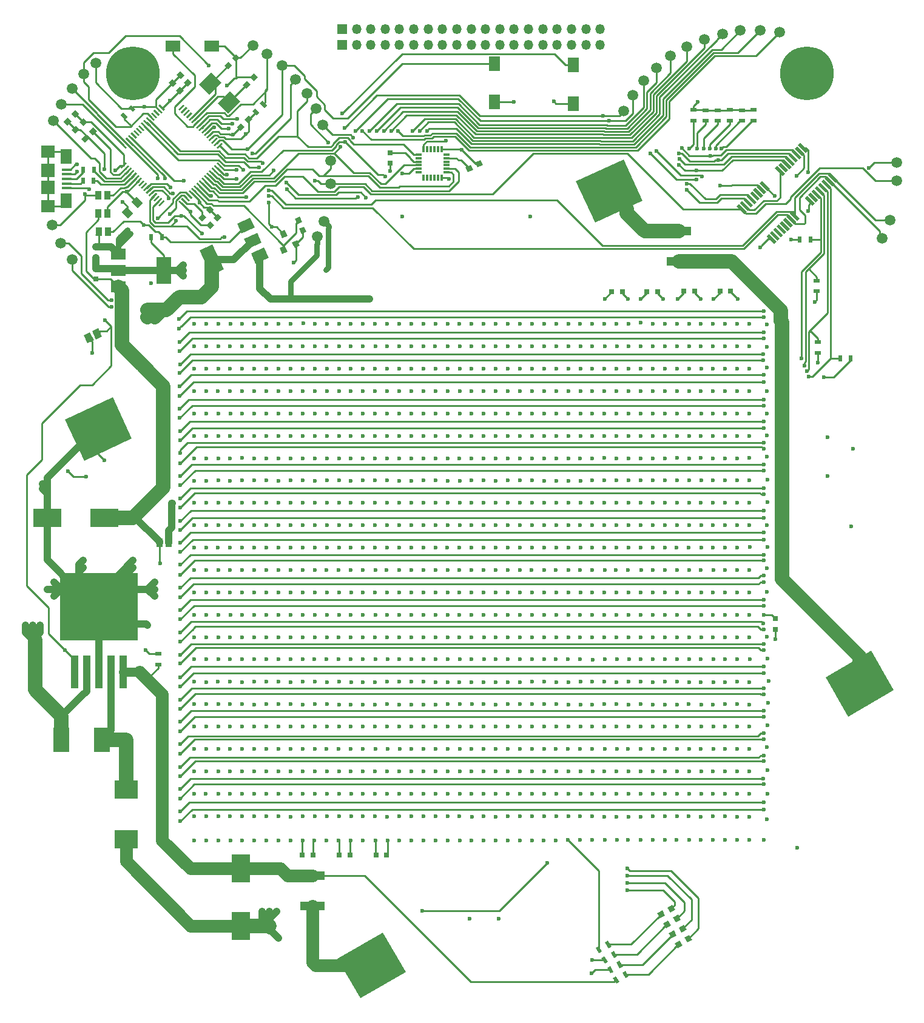
<source format=gbl>
G04 #@! TF.FileFunction,Copper,L4,Bot,Signal*
%FSLAX46Y46*%
G04 Gerber Fmt 4.6, Leading zero omitted, Abs format (unit mm)*
G04 Created by KiCad (PCBNEW 4.0.6+dfsg1-1) date Thu Jun  7 22:18:20 2018*
%MOMM*%
%LPD*%
G01*
G04 APERTURE LIST*
%ADD10C,0.100000*%
%ADD11R,0.500000X0.900000*%
%ADD12R,1.350000X1.350000*%
%ADD13O,1.350000X1.350000*%
%ADD14C,7.500000*%
%ADD15R,3.300000X2.500000*%
%ADD16R,4.000000X2.500000*%
%ADD17R,2.260600X3.505200*%
%ADD18R,0.900000X0.500000*%
%ADD19R,0.800000X0.750000*%
%ADD20R,0.750000X0.800000*%
%ADD21R,0.970000X1.270000*%
%ADD22C,1.500000*%
%ADD23R,1.100000X4.600000*%
%ADD24R,10.800000X9.400000*%
%ADD25R,5.250000X4.550000*%
%ADD26R,3.400000X1.210000*%
%ADD27R,2.500000X4.000000*%
%ADD28R,2.000000X3.800000*%
%ADD29R,2.000000X1.500000*%
%ADD30R,1.600000X2.000000*%
%ADD31R,2.000000X1.600000*%
%ADD32R,1.350000X0.400000*%
%ADD33R,1.600000X2.100000*%
%ADD34R,1.900000X1.900000*%
%ADD35R,1.900000X1.800000*%
%ADD36R,0.300000X0.850000*%
%ADD37R,0.850000X0.300000*%
%ADD38C,0.600000*%
%ADD39C,0.250000*%
%ADD40C,1.000000*%
%ADD41C,0.750000*%
%ADD42C,2.000000*%
%ADD43C,1.750000*%
%ADD44C,1.250000*%
G04 APERTURE END LIST*
D10*
D11*
X122500000Y-78000000D03*
X121000000Y-78000000D03*
D12*
X157175000Y-59000000D03*
D13*
X159175000Y-59000000D03*
X161175000Y-59000000D03*
X163175000Y-59000000D03*
X165175000Y-59000000D03*
X167175000Y-59000000D03*
X169175000Y-59000000D03*
X171175000Y-59000000D03*
X173175000Y-59000000D03*
X175175000Y-59000000D03*
X177175000Y-59000000D03*
X179175000Y-59000000D03*
X181175000Y-59000000D03*
X183175000Y-59000000D03*
X185175000Y-59000000D03*
X187175000Y-59000000D03*
X189175000Y-59000000D03*
X191175000Y-59000000D03*
X193175000Y-59000000D03*
D14*
X222000000Y-63000000D03*
D10*
G36*
X126911091Y-69425305D02*
X126274695Y-68788909D01*
X126628249Y-68435355D01*
X127264645Y-69071751D01*
X126911091Y-69425305D01*
X126911091Y-69425305D01*
G37*
G36*
X127971751Y-68364645D02*
X127335355Y-67728249D01*
X127688909Y-67374695D01*
X128325305Y-68011091D01*
X127971751Y-68364645D01*
X127971751Y-68364645D01*
G37*
D15*
X127010000Y-169900000D03*
X127000000Y-163000000D03*
D16*
X124000000Y-125000000D03*
X116000000Y-125000000D03*
D17*
X118000000Y-156000000D03*
X123638800Y-156000000D03*
D18*
X211250000Y-68100000D03*
X211250000Y-69600000D03*
X206200000Y-68100000D03*
X206200000Y-69600000D03*
X214610000Y-68090000D03*
X214610000Y-69590000D03*
X212940000Y-68110000D03*
X212940000Y-69610000D03*
D11*
X228150000Y-102800000D03*
X226650000Y-102800000D03*
D18*
X223600000Y-102000000D03*
X223600000Y-100500000D03*
X223400000Y-93400000D03*
X223400000Y-91900000D03*
D11*
X221050000Y-86200000D03*
X222550000Y-86200000D03*
D18*
X209590000Y-68110000D03*
X209590000Y-69610000D03*
X207880000Y-68110000D03*
X207880000Y-69610000D03*
D19*
X201200000Y-93500000D03*
X199700000Y-93500000D03*
X211400000Y-93400000D03*
X209900000Y-93400000D03*
X206350000Y-93400000D03*
X204850000Y-93400000D03*
X163400000Y-172100000D03*
X161900000Y-172100000D03*
X153100000Y-172100000D03*
X151600000Y-172100000D03*
D20*
X217600000Y-140600000D03*
X217600000Y-139100000D03*
D19*
X196300000Y-93500000D03*
X194800000Y-93500000D03*
X156750000Y-172100000D03*
X158250000Y-172100000D03*
D10*
G36*
X159687629Y-192114631D02*
X156512629Y-186615369D01*
X162869255Y-182945369D01*
X166044255Y-188444631D01*
X159687629Y-192114631D01*
X159687629Y-192114631D01*
G37*
G36*
X227809187Y-152784631D02*
X224634187Y-147285369D01*
X230990813Y-143615369D01*
X234165813Y-149114631D01*
X227809187Y-152784631D01*
X227809187Y-152784631D01*
G37*
G36*
X123687996Y-99729584D02*
X122808877Y-100139523D01*
X122272152Y-98988512D01*
X123151271Y-98578573D01*
X123687996Y-99729584D01*
X123687996Y-99729584D01*
G37*
G36*
X122527922Y-100270536D02*
X121648803Y-100680475D01*
X121112078Y-99529464D01*
X121991197Y-99119525D01*
X122527922Y-100270536D01*
X122527922Y-100270536D01*
G37*
D21*
X124440000Y-80020000D03*
X123160000Y-80020000D03*
X123130000Y-82530000D03*
X124410000Y-82530000D03*
D10*
G36*
X205639230Y-183253590D02*
X206039230Y-183946410D01*
X205346410Y-184346410D01*
X204946410Y-183653590D01*
X205639230Y-183253590D01*
X205639230Y-183253590D01*
G37*
G36*
X204253590Y-184053590D02*
X204653590Y-184746410D01*
X203960770Y-185146410D01*
X203560770Y-184453590D01*
X204253590Y-184053590D01*
X204253590Y-184053590D01*
G37*
G36*
X195409456Y-190064711D02*
X194959456Y-189285289D01*
X195392468Y-189035289D01*
X195842468Y-189814711D01*
X195409456Y-190064711D01*
X195409456Y-190064711D01*
G37*
G36*
X196708494Y-189314711D02*
X196258494Y-188535289D01*
X196691506Y-188285289D01*
X197141506Y-189064711D01*
X196708494Y-189314711D01*
X196708494Y-189314711D01*
G37*
G36*
X193809456Y-187264711D02*
X193359456Y-186485289D01*
X193792468Y-186235289D01*
X194242468Y-187014711D01*
X193809456Y-187264711D01*
X193809456Y-187264711D01*
G37*
G36*
X195108494Y-186514711D02*
X194658494Y-185735289D01*
X195091506Y-185485289D01*
X195541506Y-186264711D01*
X195108494Y-186514711D01*
X195108494Y-186514711D01*
G37*
D22*
X148800000Y-61900000D03*
X154600000Y-83600000D03*
X150700000Y-63800000D03*
X121100000Y-63100000D03*
X117900000Y-86700000D03*
X119500000Y-89000000D03*
X154500000Y-70200000D03*
X152300000Y-65800000D03*
X153500000Y-67900000D03*
X155590000Y-75200000D03*
X155600000Y-78400000D03*
X146700000Y-60300000D03*
X122800000Y-61500000D03*
X118000000Y-67300000D03*
X116900000Y-69600000D03*
X116730000Y-84140000D03*
D23*
X126625000Y-146575000D03*
X124925000Y-146575000D03*
X123225000Y-146575000D03*
X121525000Y-146575000D03*
X119825000Y-146575000D03*
D24*
X123225000Y-137425000D03*
D25*
X120450000Y-135000000D03*
X126000000Y-139850000D03*
X126000000Y-135000000D03*
X120450000Y-139850000D03*
D26*
X204200000Y-89210000D03*
X204200000Y-85000000D03*
X153000000Y-179210000D03*
X153000000Y-175000000D03*
D27*
X143000000Y-174000000D03*
X143000000Y-182000000D03*
D18*
X131500000Y-145500000D03*
X131500000Y-144000000D03*
D10*
G36*
X141297678Y-61331992D02*
X141828008Y-61862322D01*
X141262322Y-62428008D01*
X140731992Y-61897678D01*
X141297678Y-61331992D01*
X141297678Y-61331992D01*
G37*
G36*
X142358338Y-60271332D02*
X142888668Y-60801662D01*
X142322982Y-61367348D01*
X141792652Y-60837018D01*
X142358338Y-60271332D01*
X142358338Y-60271332D01*
G37*
G36*
X144882982Y-64057348D02*
X144352652Y-63527018D01*
X144918338Y-62961332D01*
X145448668Y-63491662D01*
X144882982Y-64057348D01*
X144882982Y-64057348D01*
G37*
G36*
X143822322Y-65118008D02*
X143291992Y-64587678D01*
X143857678Y-64021992D01*
X144388008Y-64552322D01*
X143822322Y-65118008D01*
X143822322Y-65118008D01*
G37*
G36*
X138702982Y-82567348D02*
X138172652Y-82037018D01*
X138738338Y-81471332D01*
X139268668Y-82001662D01*
X138702982Y-82567348D01*
X138702982Y-82567348D01*
G37*
G36*
X137642322Y-83628008D02*
X137111992Y-83097678D01*
X137677678Y-82531992D01*
X138208008Y-83062322D01*
X137642322Y-83628008D01*
X137642322Y-83628008D01*
G37*
G36*
X121357018Y-71572652D02*
X121887348Y-72102982D01*
X121321662Y-72668668D01*
X120791332Y-72138338D01*
X121357018Y-71572652D01*
X121357018Y-71572652D01*
G37*
G36*
X122417678Y-70511992D02*
X122948008Y-71042322D01*
X122382322Y-71608008D01*
X121851992Y-71077678D01*
X122417678Y-70511992D01*
X122417678Y-70511992D01*
G37*
G36*
X135148008Y-63217678D02*
X134617678Y-63748008D01*
X134051992Y-63182322D01*
X134582322Y-62651992D01*
X135148008Y-63217678D01*
X135148008Y-63217678D01*
G37*
G36*
X136208668Y-64278338D02*
X135678338Y-64808668D01*
X135112652Y-64242982D01*
X135642982Y-63712652D01*
X136208668Y-64278338D01*
X136208668Y-64278338D01*
G37*
D20*
X122790000Y-88700000D03*
X122790000Y-87200000D03*
D10*
G36*
X138747018Y-83612652D02*
X139277348Y-84142982D01*
X138711662Y-84708668D01*
X138181332Y-84178338D01*
X138747018Y-83612652D01*
X138747018Y-83612652D01*
G37*
G36*
X139807678Y-82551992D02*
X140338008Y-83082322D01*
X139772322Y-83648008D01*
X139241992Y-83117678D01*
X139807678Y-82551992D01*
X139807678Y-82551992D01*
G37*
G36*
X121022652Y-70317678D02*
X120492322Y-69787348D01*
X121058008Y-69221662D01*
X121588338Y-69751992D01*
X121022652Y-70317678D01*
X121022652Y-70317678D01*
G37*
G36*
X119961992Y-71378338D02*
X119431662Y-70848008D01*
X119997348Y-70282322D01*
X120527678Y-70812652D01*
X119961992Y-71378338D01*
X119961992Y-71378338D01*
G37*
G36*
X144082322Y-69948008D02*
X143551992Y-69417678D01*
X144117678Y-68851992D01*
X144648008Y-69382322D01*
X144082322Y-69948008D01*
X144082322Y-69948008D01*
G37*
G36*
X143021662Y-71008668D02*
X142491332Y-70478338D01*
X143057018Y-69912652D01*
X143587348Y-70442982D01*
X143021662Y-71008668D01*
X143021662Y-71008668D01*
G37*
D20*
X122780000Y-90200000D03*
X122780000Y-91700000D03*
D10*
G36*
X118867018Y-69152652D02*
X119397348Y-69682982D01*
X118831662Y-70248668D01*
X118301332Y-69718338D01*
X118867018Y-69152652D01*
X118867018Y-69152652D01*
G37*
G36*
X119927678Y-68091992D02*
X120458008Y-68622322D01*
X119892322Y-69188008D01*
X119361992Y-68657678D01*
X119927678Y-68091992D01*
X119927678Y-68091992D01*
G37*
G36*
X128511612Y-80204505D02*
X129395495Y-81088388D01*
X128688388Y-81795495D01*
X127804505Y-80911612D01*
X128511612Y-80204505D01*
X128511612Y-80204505D01*
G37*
G36*
X127097398Y-81618719D02*
X127981281Y-82502602D01*
X127274174Y-83209709D01*
X126390291Y-82325826D01*
X127097398Y-81618719D01*
X127097398Y-81618719D01*
G37*
G36*
X134048008Y-64317678D02*
X133517678Y-64848008D01*
X132951992Y-64282322D01*
X133482322Y-63751992D01*
X134048008Y-64317678D01*
X134048008Y-64317678D01*
G37*
G36*
X135108668Y-65378338D02*
X134578338Y-65908668D01*
X134012652Y-65342982D01*
X134542982Y-64812652D01*
X135108668Y-65378338D01*
X135108668Y-65378338D01*
G37*
D20*
X163850000Y-74050000D03*
X163850000Y-75550000D03*
D10*
G36*
X176075690Y-76108913D02*
X175758726Y-75429182D01*
X176483772Y-75091087D01*
X176800736Y-75770818D01*
X176075690Y-76108913D01*
X176075690Y-76108913D01*
G37*
G36*
X174716228Y-76742841D02*
X174399264Y-76063110D01*
X175124310Y-75725015D01*
X175441274Y-76404746D01*
X174716228Y-76742841D01*
X174716228Y-76742841D01*
G37*
G36*
X145280761Y-68855635D02*
X144644365Y-68219239D01*
X144997919Y-67865685D01*
X145634315Y-68502081D01*
X145280761Y-68855635D01*
X145280761Y-68855635D01*
G37*
G36*
X146341421Y-67794975D02*
X145705025Y-67158579D01*
X146058579Y-66805025D01*
X146694975Y-67441421D01*
X146341421Y-67794975D01*
X146341421Y-67794975D01*
G37*
D11*
X122550000Y-76400000D03*
X121050000Y-76400000D03*
D22*
X232500000Y-86000000D03*
X234600000Y-78000000D03*
X234600000Y-75400000D03*
X233600000Y-83460000D03*
D28*
X132250000Y-90500000D03*
D29*
X125950000Y-90500000D03*
X125950000Y-88200000D03*
X125950000Y-92800000D03*
D10*
G36*
X135022881Y-67308058D02*
X135199658Y-67484835D01*
X134492551Y-68191942D01*
X134315774Y-68015165D01*
X135022881Y-67308058D01*
X135022881Y-67308058D01*
G37*
G36*
X135376435Y-67661611D02*
X135553212Y-67838388D01*
X134846105Y-68545495D01*
X134669328Y-68368718D01*
X135376435Y-67661611D01*
X135376435Y-67661611D01*
G37*
G36*
X135729988Y-68015165D02*
X135906765Y-68191942D01*
X135199658Y-68899049D01*
X135022881Y-68722272D01*
X135729988Y-68015165D01*
X135729988Y-68015165D01*
G37*
G36*
X136083541Y-68368718D02*
X136260318Y-68545495D01*
X135553211Y-69252602D01*
X135376434Y-69075825D01*
X136083541Y-68368718D01*
X136083541Y-68368718D01*
G37*
G36*
X136437095Y-68722271D02*
X136613872Y-68899048D01*
X135906765Y-69606155D01*
X135729988Y-69429378D01*
X136437095Y-68722271D01*
X136437095Y-68722271D01*
G37*
G36*
X136790648Y-69075825D02*
X136967425Y-69252602D01*
X136260318Y-69959709D01*
X136083541Y-69782932D01*
X136790648Y-69075825D01*
X136790648Y-69075825D01*
G37*
G36*
X137144202Y-69429378D02*
X137320979Y-69606155D01*
X136613872Y-70313262D01*
X136437095Y-70136485D01*
X137144202Y-69429378D01*
X137144202Y-69429378D01*
G37*
G36*
X137497755Y-69782932D02*
X137674532Y-69959709D01*
X136967425Y-70666816D01*
X136790648Y-70490039D01*
X137497755Y-69782932D01*
X137497755Y-69782932D01*
G37*
G36*
X137851308Y-70136485D02*
X138028085Y-70313262D01*
X137320978Y-71020369D01*
X137144201Y-70843592D01*
X137851308Y-70136485D01*
X137851308Y-70136485D01*
G37*
G36*
X138204862Y-70490038D02*
X138381639Y-70666815D01*
X137674532Y-71373922D01*
X137497755Y-71197145D01*
X138204862Y-70490038D01*
X138204862Y-70490038D01*
G37*
G36*
X138558415Y-70843592D02*
X138735192Y-71020369D01*
X138028085Y-71727476D01*
X137851308Y-71550699D01*
X138558415Y-70843592D01*
X138558415Y-70843592D01*
G37*
G36*
X138911969Y-71197145D02*
X139088746Y-71373922D01*
X138381639Y-72081029D01*
X138204862Y-71904252D01*
X138911969Y-71197145D01*
X138911969Y-71197145D01*
G37*
G36*
X139265522Y-71550699D02*
X139442299Y-71727476D01*
X138735192Y-72434583D01*
X138558415Y-72257806D01*
X139265522Y-71550699D01*
X139265522Y-71550699D01*
G37*
G36*
X139619075Y-71904252D02*
X139795852Y-72081029D01*
X139088745Y-72788136D01*
X138911968Y-72611359D01*
X139619075Y-71904252D01*
X139619075Y-71904252D01*
G37*
G36*
X139972629Y-72257805D02*
X140149406Y-72434582D01*
X139442299Y-73141689D01*
X139265522Y-72964912D01*
X139972629Y-72257805D01*
X139972629Y-72257805D01*
G37*
G36*
X140326182Y-72611359D02*
X140502959Y-72788136D01*
X139795852Y-73495243D01*
X139619075Y-73318466D01*
X140326182Y-72611359D01*
X140326182Y-72611359D01*
G37*
G36*
X140502959Y-76076182D02*
X140326182Y-76252959D01*
X139619075Y-75545852D01*
X139795852Y-75369075D01*
X140502959Y-76076182D01*
X140502959Y-76076182D01*
G37*
G36*
X140149406Y-76429736D02*
X139972629Y-76606513D01*
X139265522Y-75899406D01*
X139442299Y-75722629D01*
X140149406Y-76429736D01*
X140149406Y-76429736D01*
G37*
G36*
X139795852Y-76783289D02*
X139619075Y-76960066D01*
X138911968Y-76252959D01*
X139088745Y-76076182D01*
X139795852Y-76783289D01*
X139795852Y-76783289D01*
G37*
G36*
X139442299Y-77136842D02*
X139265522Y-77313619D01*
X138558415Y-76606512D01*
X138735192Y-76429735D01*
X139442299Y-77136842D01*
X139442299Y-77136842D01*
G37*
G36*
X139088746Y-77490396D02*
X138911969Y-77667173D01*
X138204862Y-76960066D01*
X138381639Y-76783289D01*
X139088746Y-77490396D01*
X139088746Y-77490396D01*
G37*
G36*
X138735192Y-77843949D02*
X138558415Y-78020726D01*
X137851308Y-77313619D01*
X138028085Y-77136842D01*
X138735192Y-77843949D01*
X138735192Y-77843949D01*
G37*
G36*
X138381639Y-78197503D02*
X138204862Y-78374280D01*
X137497755Y-77667173D01*
X137674532Y-77490396D01*
X138381639Y-78197503D01*
X138381639Y-78197503D01*
G37*
G36*
X138028085Y-78551056D02*
X137851308Y-78727833D01*
X137144201Y-78020726D01*
X137320978Y-77843949D01*
X138028085Y-78551056D01*
X138028085Y-78551056D01*
G37*
G36*
X137674532Y-78904609D02*
X137497755Y-79081386D01*
X136790648Y-78374279D01*
X136967425Y-78197502D01*
X137674532Y-78904609D01*
X137674532Y-78904609D01*
G37*
G36*
X137320979Y-79258163D02*
X137144202Y-79434940D01*
X136437095Y-78727833D01*
X136613872Y-78551056D01*
X137320979Y-79258163D01*
X137320979Y-79258163D01*
G37*
G36*
X136967425Y-79611716D02*
X136790648Y-79788493D01*
X136083541Y-79081386D01*
X136260318Y-78904609D01*
X136967425Y-79611716D01*
X136967425Y-79611716D01*
G37*
G36*
X136613872Y-79965270D02*
X136437095Y-80142047D01*
X135729988Y-79434940D01*
X135906765Y-79258163D01*
X136613872Y-79965270D01*
X136613872Y-79965270D01*
G37*
G36*
X136260318Y-80318823D02*
X136083541Y-80495600D01*
X135376434Y-79788493D01*
X135553211Y-79611716D01*
X136260318Y-80318823D01*
X136260318Y-80318823D01*
G37*
G36*
X135906765Y-80672376D02*
X135729988Y-80849153D01*
X135022881Y-80142046D01*
X135199658Y-79965269D01*
X135906765Y-80672376D01*
X135906765Y-80672376D01*
G37*
G36*
X135553212Y-81025930D02*
X135376435Y-81202707D01*
X134669328Y-80495600D01*
X134846105Y-80318823D01*
X135553212Y-81025930D01*
X135553212Y-81025930D01*
G37*
G36*
X135199658Y-81379483D02*
X135022881Y-81556260D01*
X134315774Y-80849153D01*
X134492551Y-80672376D01*
X135199658Y-81379483D01*
X135199658Y-81379483D01*
G37*
G36*
X132265165Y-80672376D02*
X132441942Y-80849153D01*
X131734835Y-81556260D01*
X131558058Y-81379483D01*
X132265165Y-80672376D01*
X132265165Y-80672376D01*
G37*
G36*
X131911611Y-80318823D02*
X132088388Y-80495600D01*
X131381281Y-81202707D01*
X131204504Y-81025930D01*
X131911611Y-80318823D01*
X131911611Y-80318823D01*
G37*
G36*
X131558058Y-79965269D02*
X131734835Y-80142046D01*
X131027728Y-80849153D01*
X130850951Y-80672376D01*
X131558058Y-79965269D01*
X131558058Y-79965269D01*
G37*
G36*
X131204505Y-79611716D02*
X131381282Y-79788493D01*
X130674175Y-80495600D01*
X130497398Y-80318823D01*
X131204505Y-79611716D01*
X131204505Y-79611716D01*
G37*
G36*
X130850951Y-79258163D02*
X131027728Y-79434940D01*
X130320621Y-80142047D01*
X130143844Y-79965270D01*
X130850951Y-79258163D01*
X130850951Y-79258163D01*
G37*
G36*
X130497398Y-78904609D02*
X130674175Y-79081386D01*
X129967068Y-79788493D01*
X129790291Y-79611716D01*
X130497398Y-78904609D01*
X130497398Y-78904609D01*
G37*
G36*
X130143844Y-78551056D02*
X130320621Y-78727833D01*
X129613514Y-79434940D01*
X129436737Y-79258163D01*
X130143844Y-78551056D01*
X130143844Y-78551056D01*
G37*
G36*
X129790291Y-78197502D02*
X129967068Y-78374279D01*
X129259961Y-79081386D01*
X129083184Y-78904609D01*
X129790291Y-78197502D01*
X129790291Y-78197502D01*
G37*
G36*
X129436738Y-77843949D02*
X129613515Y-78020726D01*
X128906408Y-78727833D01*
X128729631Y-78551056D01*
X129436738Y-77843949D01*
X129436738Y-77843949D01*
G37*
G36*
X129083184Y-77490396D02*
X129259961Y-77667173D01*
X128552854Y-78374280D01*
X128376077Y-78197503D01*
X129083184Y-77490396D01*
X129083184Y-77490396D01*
G37*
G36*
X128729631Y-77136842D02*
X128906408Y-77313619D01*
X128199301Y-78020726D01*
X128022524Y-77843949D01*
X128729631Y-77136842D01*
X128729631Y-77136842D01*
G37*
G36*
X128376077Y-76783289D02*
X128552854Y-76960066D01*
X127845747Y-77667173D01*
X127668970Y-77490396D01*
X128376077Y-76783289D01*
X128376077Y-76783289D01*
G37*
G36*
X128022524Y-76429735D02*
X128199301Y-76606512D01*
X127492194Y-77313619D01*
X127315417Y-77136842D01*
X128022524Y-76429735D01*
X128022524Y-76429735D01*
G37*
G36*
X127668971Y-76076182D02*
X127845748Y-76252959D01*
X127138641Y-76960066D01*
X126961864Y-76783289D01*
X127668971Y-76076182D01*
X127668971Y-76076182D01*
G37*
G36*
X127315417Y-75722629D02*
X127492194Y-75899406D01*
X126785087Y-76606513D01*
X126608310Y-76429736D01*
X127315417Y-75722629D01*
X127315417Y-75722629D01*
G37*
G36*
X126961864Y-75369075D02*
X127138641Y-75545852D01*
X126431534Y-76252959D01*
X126254757Y-76076182D01*
X126961864Y-75369075D01*
X126961864Y-75369075D01*
G37*
G36*
X127138641Y-73318466D02*
X126961864Y-73495243D01*
X126254757Y-72788136D01*
X126431534Y-72611359D01*
X127138641Y-73318466D01*
X127138641Y-73318466D01*
G37*
G36*
X127492194Y-72964912D02*
X127315417Y-73141689D01*
X126608310Y-72434582D01*
X126785087Y-72257805D01*
X127492194Y-72964912D01*
X127492194Y-72964912D01*
G37*
G36*
X127845748Y-72611359D02*
X127668971Y-72788136D01*
X126961864Y-72081029D01*
X127138641Y-71904252D01*
X127845748Y-72611359D01*
X127845748Y-72611359D01*
G37*
G36*
X128199301Y-72257806D02*
X128022524Y-72434583D01*
X127315417Y-71727476D01*
X127492194Y-71550699D01*
X128199301Y-72257806D01*
X128199301Y-72257806D01*
G37*
G36*
X128552854Y-71904252D02*
X128376077Y-72081029D01*
X127668970Y-71373922D01*
X127845747Y-71197145D01*
X128552854Y-71904252D01*
X128552854Y-71904252D01*
G37*
G36*
X128906408Y-71550699D02*
X128729631Y-71727476D01*
X128022524Y-71020369D01*
X128199301Y-70843592D01*
X128906408Y-71550699D01*
X128906408Y-71550699D01*
G37*
G36*
X129259961Y-71197145D02*
X129083184Y-71373922D01*
X128376077Y-70666815D01*
X128552854Y-70490038D01*
X129259961Y-71197145D01*
X129259961Y-71197145D01*
G37*
G36*
X129613515Y-70843592D02*
X129436738Y-71020369D01*
X128729631Y-70313262D01*
X128906408Y-70136485D01*
X129613515Y-70843592D01*
X129613515Y-70843592D01*
G37*
G36*
X129967068Y-70490039D02*
X129790291Y-70666816D01*
X129083184Y-69959709D01*
X129259961Y-69782932D01*
X129967068Y-70490039D01*
X129967068Y-70490039D01*
G37*
G36*
X130320621Y-70136485D02*
X130143844Y-70313262D01*
X129436737Y-69606155D01*
X129613514Y-69429378D01*
X130320621Y-70136485D01*
X130320621Y-70136485D01*
G37*
G36*
X130674175Y-69782932D02*
X130497398Y-69959709D01*
X129790291Y-69252602D01*
X129967068Y-69075825D01*
X130674175Y-69782932D01*
X130674175Y-69782932D01*
G37*
G36*
X131027728Y-69429378D02*
X130850951Y-69606155D01*
X130143844Y-68899048D01*
X130320621Y-68722271D01*
X131027728Y-69429378D01*
X131027728Y-69429378D01*
G37*
G36*
X131381282Y-69075825D02*
X131204505Y-69252602D01*
X130497398Y-68545495D01*
X130674175Y-68368718D01*
X131381282Y-69075825D01*
X131381282Y-69075825D01*
G37*
G36*
X131734835Y-68722272D02*
X131558058Y-68899049D01*
X130850951Y-68191942D01*
X131027728Y-68015165D01*
X131734835Y-68722272D01*
X131734835Y-68722272D01*
G37*
G36*
X132088388Y-68368718D02*
X131911611Y-68545495D01*
X131204504Y-67838388D01*
X131381281Y-67661611D01*
X132088388Y-68368718D01*
X132088388Y-68368718D01*
G37*
G36*
X132441942Y-68015165D02*
X132265165Y-68191942D01*
X131558058Y-67484835D01*
X131734835Y-67308058D01*
X132441942Y-68015165D01*
X132441942Y-68015165D01*
G37*
G36*
X137228069Y-64525125D02*
X138925125Y-62828069D01*
X140339339Y-64242283D01*
X138642283Y-65939339D01*
X137228069Y-64525125D01*
X137228069Y-64525125D01*
G37*
G36*
X139844365Y-67141421D02*
X141541421Y-65444365D01*
X142955635Y-66858579D01*
X141258579Y-68555635D01*
X139844365Y-67141421D01*
X139844365Y-67141421D01*
G37*
D21*
X132950000Y-128470000D03*
X131670000Y-128470000D03*
X124470000Y-85070000D03*
X123190000Y-85070000D03*
D10*
G36*
X204046410Y-180453590D02*
X204446410Y-181146410D01*
X203753590Y-181546410D01*
X203353590Y-180853590D01*
X204046410Y-180453590D01*
X204046410Y-180453590D01*
G37*
G36*
X202660770Y-181253590D02*
X203060770Y-181946410D01*
X202367950Y-182346410D01*
X201967950Y-181653590D01*
X202660770Y-181253590D01*
X202660770Y-181253590D01*
G37*
G36*
X204839230Y-181853590D02*
X205239230Y-182546410D01*
X204546410Y-182946410D01*
X204146410Y-182253590D01*
X204839230Y-181853590D01*
X204839230Y-181853590D01*
G37*
G36*
X203453590Y-182653590D02*
X203853590Y-183346410D01*
X203160770Y-183746410D01*
X202760770Y-183053590D01*
X203453590Y-182653590D01*
X203453590Y-182653590D01*
G37*
G36*
X203239230Y-179053590D02*
X203639230Y-179746410D01*
X202946410Y-180146410D01*
X202546410Y-179453590D01*
X203239230Y-179053590D01*
X203239230Y-179053590D01*
G37*
G36*
X201853590Y-179853590D02*
X202253590Y-180546410D01*
X201560770Y-180946410D01*
X201160770Y-180253590D01*
X201853590Y-179853590D01*
X201853590Y-179853590D01*
G37*
G36*
X139103333Y-86855397D02*
X140709282Y-90299367D01*
X138896667Y-91144603D01*
X137290718Y-87700633D01*
X139103333Y-86855397D01*
X139103333Y-86855397D01*
G37*
G36*
X145299084Y-85235155D02*
X145933011Y-86594617D01*
X144120396Y-87439853D01*
X143486469Y-86080391D01*
X145299084Y-85235155D01*
X145299084Y-85235155D01*
G37*
G36*
X146271106Y-87319663D02*
X146905033Y-88679125D01*
X145092418Y-89524361D01*
X144458491Y-88164899D01*
X146271106Y-87319663D01*
X146271106Y-87319663D01*
G37*
G36*
X144327062Y-83150648D02*
X144960989Y-84510110D01*
X143148374Y-85355346D01*
X142514447Y-83995884D01*
X144327062Y-83150648D01*
X144327062Y-83150648D01*
G37*
G36*
X194609456Y-188664711D02*
X194159456Y-187885289D01*
X194592468Y-187635289D01*
X195042468Y-188414711D01*
X194609456Y-188664711D01*
X194609456Y-188664711D01*
G37*
G36*
X195908494Y-187914711D02*
X195458494Y-187135289D01*
X195891506Y-186885289D01*
X196341506Y-187664711D01*
X195908494Y-187914711D01*
X195908494Y-187914711D01*
G37*
D11*
X132010000Y-85800000D03*
X130510000Y-85800000D03*
D10*
G36*
X193008975Y-185864711D02*
X192558975Y-185085289D01*
X192991987Y-184835289D01*
X193441987Y-185614711D01*
X193008975Y-185864711D01*
X193008975Y-185864711D01*
G37*
G36*
X194308013Y-185114711D02*
X193858013Y-184335289D01*
X194291025Y-184085289D01*
X194741025Y-184864711D01*
X194308013Y-185114711D01*
X194308013Y-185114711D01*
G37*
D22*
X144700000Y-59100000D03*
X119500000Y-65100000D03*
X153690000Y-85720000D03*
D10*
G36*
X226349048Y-77911612D02*
X226030850Y-78229810D01*
X224970190Y-77169150D01*
X225288388Y-76850952D01*
X226349048Y-77911612D01*
X226349048Y-77911612D01*
G37*
G36*
X225889429Y-78371231D02*
X225571231Y-78689429D01*
X224510571Y-77628769D01*
X224828769Y-77310571D01*
X225889429Y-78371231D01*
X225889429Y-78371231D01*
G37*
G36*
X225429809Y-78830851D02*
X225111611Y-79149049D01*
X224050951Y-78088389D01*
X224369149Y-77770191D01*
X225429809Y-78830851D01*
X225429809Y-78830851D01*
G37*
G36*
X224970190Y-79290470D02*
X224651992Y-79608668D01*
X223591332Y-78548008D01*
X223909530Y-78229810D01*
X224970190Y-79290470D01*
X224970190Y-79290470D01*
G37*
G36*
X224510570Y-79750090D02*
X224192372Y-80068288D01*
X223131712Y-79007628D01*
X223449910Y-78689430D01*
X224510570Y-79750090D01*
X224510570Y-79750090D01*
G37*
G36*
X224050951Y-80209709D02*
X223732753Y-80527907D01*
X222672093Y-79467247D01*
X222990291Y-79149049D01*
X224050951Y-80209709D01*
X224050951Y-80209709D01*
G37*
G36*
X223591331Y-80669329D02*
X223273133Y-80987527D01*
X222212473Y-79926867D01*
X222530671Y-79608669D01*
X223591331Y-80669329D01*
X223591331Y-80669329D01*
G37*
G36*
X223131712Y-81128948D02*
X222813514Y-81447146D01*
X221752854Y-80386486D01*
X222071052Y-80068288D01*
X223131712Y-81128948D01*
X223131712Y-81128948D01*
G37*
G36*
X218959782Y-76957018D02*
X218641584Y-77275216D01*
X217580924Y-76214556D01*
X217899122Y-75896358D01*
X218959782Y-76957018D01*
X218959782Y-76957018D01*
G37*
G36*
X219419401Y-76497399D02*
X219101203Y-76815597D01*
X218040543Y-75754937D01*
X218358741Y-75436739D01*
X219419401Y-76497399D01*
X219419401Y-76497399D01*
G37*
G36*
X219879021Y-76037779D02*
X219560823Y-76355977D01*
X218500163Y-75295317D01*
X218818361Y-74977119D01*
X219879021Y-76037779D01*
X219879021Y-76037779D01*
G37*
G36*
X220338640Y-75578160D02*
X220020442Y-75896358D01*
X218959782Y-74835698D01*
X219277980Y-74517500D01*
X220338640Y-75578160D01*
X220338640Y-75578160D01*
G37*
G36*
X220798260Y-75118540D02*
X220480062Y-75436738D01*
X219419402Y-74376078D01*
X219737600Y-74057880D01*
X220798260Y-75118540D01*
X220798260Y-75118540D01*
G37*
G36*
X221257879Y-74658921D02*
X220939681Y-74977119D01*
X219879021Y-73916459D01*
X220197219Y-73598261D01*
X221257879Y-74658921D01*
X221257879Y-74658921D01*
G37*
G36*
X221717499Y-74199301D02*
X221399301Y-74517499D01*
X220338641Y-73456839D01*
X220656839Y-73138641D01*
X221717499Y-74199301D01*
X221717499Y-74199301D01*
G37*
G36*
X222177118Y-73739682D02*
X221858920Y-74057880D01*
X220798260Y-72997220D01*
X221116458Y-72679022D01*
X222177118Y-73739682D01*
X222177118Y-73739682D01*
G37*
G36*
X221006765Y-83253895D02*
X220688567Y-83572093D01*
X219627907Y-82511433D01*
X219946105Y-82193235D01*
X221006765Y-83253895D01*
X221006765Y-83253895D01*
G37*
G36*
X220547146Y-83713514D02*
X220228948Y-84031712D01*
X219168288Y-82971052D01*
X219486486Y-82652854D01*
X220547146Y-83713514D01*
X220547146Y-83713514D01*
G37*
G36*
X220087526Y-84173134D02*
X219769328Y-84491332D01*
X218708668Y-83430672D01*
X219026866Y-83112474D01*
X220087526Y-84173134D01*
X220087526Y-84173134D01*
G37*
G36*
X219627907Y-84632753D02*
X219309709Y-84950951D01*
X218249049Y-83890291D01*
X218567247Y-83572093D01*
X219627907Y-84632753D01*
X219627907Y-84632753D01*
G37*
G36*
X219168287Y-85092373D02*
X218850089Y-85410571D01*
X217789429Y-84349911D01*
X218107627Y-84031713D01*
X219168287Y-85092373D01*
X219168287Y-85092373D01*
G37*
G36*
X218708668Y-85551992D02*
X218390470Y-85870190D01*
X217329810Y-84809530D01*
X217648008Y-84491332D01*
X218708668Y-85551992D01*
X218708668Y-85551992D01*
G37*
G36*
X218249048Y-86011612D02*
X217930850Y-86329810D01*
X216870190Y-85269150D01*
X217188388Y-84950952D01*
X218249048Y-86011612D01*
X218249048Y-86011612D01*
G37*
G36*
X217789429Y-86471231D02*
X217471231Y-86789429D01*
X216410571Y-85728769D01*
X216728769Y-85410571D01*
X217789429Y-86471231D01*
X217789429Y-86471231D01*
G37*
G36*
X213617499Y-82299301D02*
X213299301Y-82617499D01*
X212238641Y-81556839D01*
X212556839Y-81238641D01*
X213617499Y-82299301D01*
X213617499Y-82299301D01*
G37*
G36*
X214077118Y-81839682D02*
X213758920Y-82157880D01*
X212698260Y-81097220D01*
X213016458Y-80779022D01*
X214077118Y-81839682D01*
X214077118Y-81839682D01*
G37*
G36*
X214536738Y-81380062D02*
X214218540Y-81698260D01*
X213157880Y-80637600D01*
X213476078Y-80319402D01*
X214536738Y-81380062D01*
X214536738Y-81380062D01*
G37*
G36*
X214996357Y-80920443D02*
X214678159Y-81238641D01*
X213617499Y-80177981D01*
X213935697Y-79859783D01*
X214996357Y-80920443D01*
X214996357Y-80920443D01*
G37*
G36*
X215455977Y-80460823D02*
X215137779Y-80779021D01*
X214077119Y-79718361D01*
X214395317Y-79400163D01*
X215455977Y-80460823D01*
X215455977Y-80460823D01*
G37*
G36*
X215915596Y-80001204D02*
X215597398Y-80319402D01*
X214536738Y-79258742D01*
X214854936Y-78940544D01*
X215915596Y-80001204D01*
X215915596Y-80001204D01*
G37*
G36*
X216375216Y-79541584D02*
X216057018Y-79859782D01*
X214996358Y-78799122D01*
X215314556Y-78480924D01*
X216375216Y-79541584D01*
X216375216Y-79541584D01*
G37*
G36*
X216834835Y-79081965D02*
X216516637Y-79400163D01*
X215455977Y-78339503D01*
X215774175Y-78021305D01*
X216834835Y-79081965D01*
X216834835Y-79081965D01*
G37*
D14*
X128000000Y-63000000D03*
D30*
X178400000Y-61600000D03*
X178400000Y-67000000D03*
D22*
X196500000Y-68250000D03*
X197750000Y-66000000D03*
X199250000Y-64000000D03*
X201000000Y-62250000D03*
X203000000Y-60500000D03*
X205250000Y-59250000D03*
X207750000Y-58250000D03*
X210250000Y-57500000D03*
X212750000Y-57000000D03*
X215500000Y-57000000D03*
X218250000Y-57250000D03*
D12*
X157175000Y-56775000D03*
D13*
X159175000Y-56775000D03*
X161175000Y-56775000D03*
X163175000Y-56775000D03*
X165175000Y-56775000D03*
X167175000Y-56775000D03*
X169175000Y-56775000D03*
X171175000Y-56775000D03*
X173175000Y-56775000D03*
X175175000Y-56775000D03*
X177175000Y-56775000D03*
X179175000Y-56775000D03*
X181175000Y-56775000D03*
X183175000Y-56775000D03*
X185175000Y-56775000D03*
X187175000Y-56775000D03*
X189175000Y-56775000D03*
X191175000Y-56775000D03*
X193175000Y-56775000D03*
D10*
G36*
X151208051Y-84675690D02*
X151887782Y-84358726D01*
X152225877Y-85083772D01*
X151546146Y-85400736D01*
X151208051Y-84675690D01*
X151208051Y-84675690D01*
G37*
G36*
X150574123Y-83316228D02*
X151253854Y-82999264D01*
X151591949Y-83724310D01*
X150912218Y-84041274D01*
X150574123Y-83316228D01*
X150574123Y-83316228D01*
G37*
D30*
X189400000Y-61800000D03*
X189400000Y-67200000D03*
D31*
X133600000Y-59200000D03*
X139000000Y-59200000D03*
D10*
G36*
X151258930Y-87049919D02*
X150533884Y-87388014D01*
X150153528Y-86572337D01*
X150878574Y-86234242D01*
X151258930Y-87049919D01*
X151258930Y-87049919D01*
G37*
G36*
X149536945Y-87852894D02*
X148811899Y-88190989D01*
X148431543Y-87375312D01*
X149156589Y-87037217D01*
X149536945Y-87852894D01*
X149536945Y-87852894D01*
G37*
G36*
X149552701Y-85638791D02*
X148827655Y-85976886D01*
X148447299Y-85161209D01*
X149172345Y-84823114D01*
X149552701Y-85638791D01*
X149552701Y-85638791D01*
G37*
D32*
X118775000Y-77700000D03*
X118775000Y-78350000D03*
X118775000Y-76400000D03*
X118775000Y-77050000D03*
X118775000Y-79000000D03*
D33*
X118650000Y-74600000D03*
X118650000Y-80800000D03*
D34*
X116100000Y-76500000D03*
X116100000Y-78900000D03*
D35*
X116100000Y-73900000D03*
X116100000Y-81500000D03*
D10*
G36*
X196434381Y-74963690D02*
X199118007Y-80718744D01*
X192465707Y-83820762D01*
X189782081Y-78065708D01*
X196434381Y-74963690D01*
X196434381Y-74963690D01*
G37*
G36*
X125144211Y-108206842D02*
X127827837Y-113961896D01*
X121175537Y-117063914D01*
X118491911Y-111308860D01*
X125144211Y-108206842D01*
X125144211Y-108206842D01*
G37*
D36*
X171050000Y-77500000D03*
X170550000Y-77500000D03*
X170050000Y-77500000D03*
X169550000Y-77500000D03*
X169050000Y-77500000D03*
X168550000Y-77500000D03*
D37*
X167850000Y-76800000D03*
X167850000Y-76300000D03*
X167850000Y-75800000D03*
X167850000Y-75300000D03*
X167850000Y-74800000D03*
X167850000Y-74300000D03*
D36*
X168550000Y-73600000D03*
X169050000Y-73600000D03*
X169550000Y-73600000D03*
X170050000Y-73600000D03*
X170550000Y-73600000D03*
X171050000Y-73600000D03*
D37*
X171750000Y-74300000D03*
X171750000Y-74800000D03*
X171750000Y-75300000D03*
X171750000Y-75800000D03*
X171750000Y-76300000D03*
X171750000Y-76800000D03*
D38*
X223129879Y-94870123D03*
X215506173Y-87246417D03*
X122300000Y-102040000D03*
X123990000Y-116990000D03*
X115393906Y-120271155D03*
X115386469Y-121003673D03*
X116000000Y-120260000D03*
X116000000Y-121000000D03*
X228450000Y-115380000D03*
X224930000Y-119230000D03*
X172090000Y-77710000D03*
X137257272Y-81030020D03*
X214007193Y-166738543D03*
X210634224Y-166728196D03*
X207257445Y-166741702D03*
X203897550Y-166732721D03*
X200512149Y-166732720D03*
X197144496Y-166738864D03*
X193785715Y-166738864D03*
X190405213Y-166733352D03*
X187048055Y-166727192D03*
X183678573Y-166733354D03*
X180296157Y-166733352D03*
X176921056Y-166725745D03*
X173557380Y-166717128D03*
X170177307Y-166722409D03*
X166822846Y-166717128D03*
X163452225Y-166739204D03*
X160072824Y-166724905D03*
X156720114Y-166710605D03*
X153336480Y-166729171D03*
X149969754Y-166746377D03*
X146606463Y-166736978D03*
X143228288Y-166724555D03*
X139873708Y-166731194D03*
X136503084Y-166717179D03*
X214003237Y-163567087D03*
X210639434Y-163562145D03*
X207263056Y-163557785D03*
X203896671Y-163563998D03*
X200518147Y-163550170D03*
X197153888Y-163571144D03*
X193781489Y-163553301D03*
X190415930Y-163560438D03*
X187052245Y-163573716D03*
X183675846Y-163579084D03*
X180306960Y-163566201D03*
X176937219Y-163558042D03*
X173565437Y-163567731D03*
X170197530Y-163563129D03*
X166819220Y-163559217D03*
X163457236Y-163561185D03*
X160087448Y-163565753D03*
X156721606Y-163563386D03*
X153343936Y-163547454D03*
X149985759Y-163549057D03*
X146612633Y-163560729D03*
X143241200Y-163563943D03*
X139873944Y-163547551D03*
X136492772Y-163545719D03*
X214005968Y-160429745D03*
X210644652Y-160447344D03*
X207263787Y-160422575D03*
X203894066Y-160431244D03*
X200535182Y-160431246D03*
X197162180Y-160450362D03*
X193798001Y-160444773D03*
X190412589Y-160436950D03*
X187062658Y-160447568D03*
X183689429Y-160438010D03*
X180308847Y-160436217D03*
X176929801Y-160426493D03*
X173571661Y-160422118D03*
X170204525Y-160425582D03*
X166821455Y-160434358D03*
X163459008Y-160422949D03*
X160088355Y-160438164D03*
X156715358Y-160435788D03*
X153343599Y-160430897D03*
X149981028Y-160422141D03*
X146614598Y-160417040D03*
X143236419Y-160425964D03*
X139872459Y-160425937D03*
X136502829Y-160419448D03*
X213997636Y-154201967D03*
X210635595Y-154168597D03*
X207265631Y-154181945D03*
X203905260Y-154181945D03*
X200536964Y-154197796D03*
X197147665Y-154184718D03*
X193782144Y-154192248D03*
X190412104Y-154180955D03*
X187028889Y-154180955D03*
X183674284Y-154180955D03*
X180295360Y-154191326D03*
X176931814Y-154204916D03*
X173569288Y-154195403D03*
X170199627Y-154201858D03*
X166836421Y-154155380D03*
X163463532Y-154179910D03*
X160090030Y-154203521D03*
X156722660Y-154197695D03*
X153342183Y-154205560D03*
X149976590Y-154184528D03*
X146616809Y-154179270D03*
X143242833Y-154176641D03*
X139866402Y-154181548D03*
X136504996Y-154182752D03*
X214012434Y-151078460D03*
X210641841Y-151071732D03*
X207278313Y-151075098D03*
X203890902Y-151081487D03*
X200531612Y-151081168D03*
X197137492Y-151075096D03*
X193792852Y-151069328D03*
X190424231Y-151077980D03*
X187054168Y-151072500D03*
X183672322Y-151069760D03*
X180321358Y-151070802D03*
X176938637Y-151060911D03*
X173565312Y-151067092D03*
X166836081Y-151083630D03*
X163466860Y-151073030D03*
X156726211Y-151082043D03*
X153336568Y-151062412D03*
X149979643Y-151070873D03*
X146611261Y-151072021D03*
X143232699Y-151068593D03*
X139869091Y-151069748D03*
X136495249Y-151055718D03*
X213992852Y-147950890D03*
X210632676Y-147942116D03*
X207253170Y-147945072D03*
X203893376Y-147926267D03*
X200515404Y-147946326D03*
X197144955Y-147922506D03*
X193766764Y-147937393D03*
X190414923Y-147929473D03*
X187039888Y-147945596D03*
X180303522Y-147953657D03*
X183683394Y-147938341D03*
X176933095Y-147942425D03*
X173562643Y-147954308D03*
X170192530Y-147947858D03*
X166848221Y-147939103D03*
X163461464Y-147927676D03*
X160072014Y-147944153D03*
X156716555Y-147935847D03*
X153344486Y-147931695D03*
X149983214Y-147947475D03*
X146614051Y-147939585D03*
X143237787Y-147956155D03*
X139864679Y-147941163D03*
X136484076Y-147926171D03*
X213996011Y-141696748D03*
X210645527Y-141693298D03*
X207271068Y-141698419D03*
X203895476Y-141703477D03*
X200521751Y-141694790D03*
X197139705Y-141687766D03*
X193776050Y-141695607D03*
X190406519Y-141697903D03*
X187038183Y-141700587D03*
X183687154Y-141698356D03*
X180297567Y-141691912D03*
X176949962Y-141686807D03*
X173559576Y-141692101D03*
X170202924Y-141695453D03*
X166826716Y-141679528D03*
X163453689Y-141694923D03*
X160092476Y-141691392D03*
X156710081Y-141696184D03*
X153337988Y-141702651D03*
X149959726Y-141690362D03*
X146613960Y-141694254D03*
X143248792Y-141691173D03*
X139867111Y-141689027D03*
X136493625Y-141685320D03*
X210635594Y-138561602D03*
X203899023Y-138551119D03*
X200511490Y-138555624D03*
X197144695Y-138560216D03*
X193784677Y-138560394D03*
X190401813Y-138560612D03*
X187043771Y-138569657D03*
X183667500Y-138559469D03*
X180323242Y-138561919D03*
X176934644Y-138561919D03*
X173549601Y-138566901D03*
X166826720Y-138567573D03*
X163452652Y-138576830D03*
X156724688Y-138576353D03*
X153348052Y-138576352D03*
X143251877Y-138565011D03*
X213995207Y-135440310D03*
X210634348Y-135447374D03*
X207262511Y-135435766D03*
X203901258Y-135451101D03*
X200526366Y-135454703D03*
X197155933Y-135438015D03*
X193779877Y-135449325D03*
X190414848Y-135448760D03*
X187051530Y-135442582D03*
X183667797Y-135452789D03*
X180298610Y-135435947D03*
X176936427Y-135462371D03*
X173550972Y-135448553D03*
X170197759Y-135445559D03*
X166824487Y-135447091D03*
X163456302Y-135462679D03*
X160085924Y-135447278D03*
X156716177Y-135455531D03*
X153342417Y-135451076D03*
X149969065Y-135440654D03*
X146590530Y-135421587D03*
X143229864Y-135438079D03*
X139871348Y-135430239D03*
X136504109Y-135438977D03*
X220591182Y-77248420D03*
X223600000Y-103400000D03*
X219800000Y-86200000D03*
X141118862Y-77093725D03*
X148296723Y-183703277D03*
X147296724Y-182703278D03*
X147796724Y-183203278D03*
X224400000Y-105400000D03*
X230672347Y-76146012D03*
X209924572Y-78675021D03*
X222200000Y-82200000D03*
X123963822Y-76387629D03*
X120205120Y-75709218D03*
X141100163Y-64674642D03*
X206826716Y-66942818D03*
X150400000Y-89400000D03*
X175000000Y-181000000D03*
X179000000Y-181000000D03*
X181100000Y-67000000D03*
X139865310Y-129200923D03*
X136506326Y-129192523D03*
X214000966Y-126074156D03*
X210635136Y-126071037D03*
X207262960Y-126063182D03*
X203892823Y-126068403D03*
X200521305Y-126072014D03*
X197148403Y-126078037D03*
X193787936Y-126067807D03*
X190407976Y-126075654D03*
X187044764Y-126075848D03*
X183677749Y-126074012D03*
X180306745Y-126079782D03*
X176934134Y-126078835D03*
X173571271Y-126068773D03*
X170196478Y-126069505D03*
X166831246Y-126074597D03*
X163459146Y-126078190D03*
X160092737Y-126073189D03*
X156719496Y-126069371D03*
X153349484Y-126077345D03*
X149980668Y-126082115D03*
X146610498Y-126077694D03*
X143240989Y-126080571D03*
X139871646Y-126073839D03*
X136500411Y-126076831D03*
X213992721Y-122957809D03*
X210626482Y-122953430D03*
X207256220Y-122951273D03*
X203886759Y-122956602D03*
X200532096Y-122959660D03*
X197143204Y-122949389D03*
X193783526Y-122952271D03*
X190415307Y-122954009D03*
X187038279Y-122950332D03*
X183677833Y-122952496D03*
X180305919Y-122939757D03*
X176930944Y-122952267D03*
X173569404Y-122949186D03*
X170194659Y-122953760D03*
X166820567Y-122943703D03*
X163445817Y-122947478D03*
X160091281Y-122955317D03*
X156718649Y-122949500D03*
X153346342Y-122943873D03*
X149976076Y-122950601D03*
X146608481Y-122936739D03*
X143237745Y-122954042D03*
X139869908Y-122946439D03*
X136501190Y-122952546D03*
X214001157Y-119829276D03*
X210632885Y-119824274D03*
X207267432Y-119816765D03*
X203890824Y-119828179D03*
X200522780Y-119827305D03*
X197151146Y-119828765D03*
X193785074Y-119832161D03*
X190416509Y-119837679D03*
X187041171Y-119836034D03*
X183670608Y-119829999D03*
X180315601Y-119826922D03*
X176931178Y-119831152D03*
X173568558Y-119834819D03*
X170192425Y-119828428D03*
X166829832Y-119837258D03*
X163456169Y-119829036D03*
X160090239Y-119832016D03*
X156720899Y-119828109D03*
X153346958Y-119834862D03*
X149980435Y-119830110D03*
X146610216Y-119831874D03*
X143241884Y-119830740D03*
X139869761Y-119821819D03*
X136505618Y-119834215D03*
X214002832Y-116699800D03*
X210634353Y-116701345D03*
X207258819Y-116698980D03*
X203889987Y-116699081D03*
X200519016Y-116712582D03*
X197156558Y-116705441D03*
X193785167Y-116698479D03*
X190410258Y-116702156D03*
X187052430Y-116706902D03*
X183669554Y-116708696D03*
X180305321Y-116702398D03*
X176940636Y-116713636D03*
X173561685Y-116708442D03*
X170200326Y-116703873D03*
X166827767Y-116705754D03*
X163456929Y-116700966D03*
X160084847Y-116710616D03*
X156719485Y-116712201D03*
X153352343Y-116707752D03*
X149979086Y-116707668D03*
X146609020Y-116708089D03*
X143234096Y-116698237D03*
X139870372Y-116700862D03*
X136493062Y-116713572D03*
X214006356Y-113576060D03*
X210629652Y-113576894D03*
X207258884Y-113577439D03*
X203893661Y-113587504D03*
X200522192Y-113584830D03*
X197153068Y-113577236D03*
X193784150Y-113582929D03*
X190418731Y-113580745D03*
X187044994Y-113582875D03*
X183674005Y-113578489D03*
X180305404Y-113584230D03*
X176936524Y-113573638D03*
X173567180Y-113583889D03*
X170199492Y-113577223D03*
X166819777Y-113585837D03*
X163458799Y-113583160D03*
X160089222Y-113581246D03*
X156721262Y-113577091D03*
X153346572Y-113580532D03*
X149975716Y-113579311D03*
X146604704Y-113579682D03*
X143240869Y-113580446D03*
X139873509Y-113580462D03*
X214002025Y-110450076D03*
X210626531Y-110456589D03*
X207262086Y-110455145D03*
X203892104Y-110462681D03*
X200519457Y-110461087D03*
X197150415Y-110461255D03*
X193781176Y-110465255D03*
X190411832Y-110456105D03*
X187046815Y-110461590D03*
X183672555Y-110459576D03*
X180300102Y-110461508D03*
X176936709Y-110460982D03*
X173571274Y-110458629D03*
X170192096Y-110464283D03*
X166827427Y-110465234D03*
X163463301Y-110453506D03*
X160087348Y-110463587D03*
X156720225Y-110455870D03*
X153351133Y-110459491D03*
X149982303Y-110455822D03*
X146610090Y-110456945D03*
X143238877Y-110452298D03*
X139868516Y-110449573D03*
X136505450Y-110448306D03*
X214000907Y-107331913D03*
X210628607Y-107340208D03*
X207257396Y-107333237D03*
X203889260Y-107336917D03*
X200526942Y-107334178D03*
X197151002Y-107333102D03*
X193782954Y-107339501D03*
X190415881Y-107340276D03*
X187052529Y-107335530D03*
X183677041Y-107338107D03*
X180301110Y-107339272D03*
X176935937Y-107334775D03*
X173570387Y-107337982D03*
X170196885Y-107340544D03*
X166829013Y-107333870D03*
X163456292Y-107333160D03*
X160090652Y-107328810D03*
X156717351Y-107338492D03*
X153345629Y-107339378D03*
X149977004Y-107330444D03*
X146607963Y-107341723D03*
X143243771Y-107337602D03*
X139865215Y-107339210D03*
X136497215Y-107342237D03*
X214001309Y-104202603D03*
X210635588Y-104214520D03*
X207266442Y-104213924D03*
X203893599Y-104213646D03*
X200527988Y-104213970D03*
X197156982Y-104213156D03*
X193787739Y-104213236D03*
X190415280Y-104210674D03*
X187047513Y-104218128D03*
X183672634Y-104210254D03*
X180308992Y-104213331D03*
X176938639Y-104211793D03*
X173565557Y-104207156D03*
X170199985Y-104211730D03*
X166826783Y-104209543D03*
X163456151Y-104207058D03*
X160093951Y-104213365D03*
X156717066Y-104206068D03*
X153354216Y-104209180D03*
X149979029Y-104208949D03*
X146611258Y-104210507D03*
X143241134Y-104209011D03*
X139874685Y-104200078D03*
X136499144Y-104200078D03*
X213999982Y-101074731D03*
X210624646Y-101075061D03*
X207250489Y-101075509D03*
X200525766Y-101075766D03*
X197150286Y-101075400D03*
X187052660Y-101076141D03*
X183674687Y-101073981D03*
X176927809Y-101074050D03*
X170176158Y-101072356D03*
X166826294Y-101074502D03*
X163472945Y-101074502D03*
X156726797Y-101074859D03*
X143251029Y-101074549D03*
X139873899Y-101074352D03*
X136498543Y-101074352D03*
X214002292Y-97948531D03*
X210622369Y-97948531D03*
X207247908Y-97948529D03*
X203875105Y-97948531D03*
X200522484Y-97948531D03*
X197148020Y-97948531D03*
X193774910Y-97948531D03*
X190400447Y-97926689D03*
X187047827Y-97948531D03*
X183676466Y-97948531D03*
X180302005Y-97926689D03*
X176925179Y-97948531D03*
X173550719Y-97926689D03*
X170199495Y-97948531D03*
X129600000Y-67622183D03*
X173836534Y-73609142D03*
X141982357Y-71517643D03*
X163850000Y-76650000D03*
X126525010Y-80890000D03*
X212400000Y-94500000D03*
X207200000Y-94500000D03*
X197100000Y-94500000D03*
X202000000Y-94500000D03*
X217600000Y-142000000D03*
X154900000Y-90400000D03*
X148000000Y-180000000D03*
X146000000Y-180000000D03*
X147000000Y-180000000D03*
X131000000Y-135000000D03*
X131000000Y-136000000D03*
X117000000Y-134000000D03*
X117000000Y-136000000D03*
X196997223Y-175998927D03*
X196998211Y-176997095D03*
X197001056Y-173994222D03*
X197003640Y-174993701D03*
X128000000Y-131000000D03*
X128000000Y-132000000D03*
X121000000Y-132000000D03*
X121000000Y-131000000D03*
X131000000Y-134000000D03*
X116000000Y-135000000D03*
X135000000Y-91250000D03*
X135000000Y-89750000D03*
X135000000Y-90500000D03*
X130000000Y-140000000D03*
X116000000Y-130900000D03*
X214000000Y-170000000D03*
X210600000Y-170000000D03*
X207200000Y-170000000D03*
X203800000Y-170000000D03*
X200500000Y-170000000D03*
X197100000Y-170000000D03*
X193800000Y-170000000D03*
X190400000Y-170000000D03*
X187000000Y-170100000D03*
X183700000Y-170100000D03*
X180300000Y-170100000D03*
X176900000Y-170100000D03*
X173600000Y-170100000D03*
X170200000Y-170100000D03*
X166800000Y-170100000D03*
X163500000Y-170100000D03*
X160100000Y-170100000D03*
X156700000Y-170100000D03*
X153300000Y-170100000D03*
X150000000Y-170100000D03*
X146600000Y-170100000D03*
X143200000Y-170100000D03*
X139900000Y-170100000D03*
X136500000Y-170100000D03*
X214000000Y-157300000D03*
X210600000Y-157300000D03*
X207200000Y-157300000D03*
X203900000Y-157300000D03*
X200500000Y-157300000D03*
X197100000Y-157300000D03*
X193800000Y-157300000D03*
X190400000Y-157300000D03*
X187000000Y-157300000D03*
X183700000Y-157300000D03*
X180300000Y-157300000D03*
X176900000Y-157300000D03*
X173600000Y-157300000D03*
X170200000Y-157300000D03*
X166800000Y-157300000D03*
X163500000Y-157300000D03*
X160100000Y-157300000D03*
X156700000Y-157300000D03*
X153400000Y-157300000D03*
X150000000Y-157300000D03*
X146600000Y-157300000D03*
X143200000Y-157300000D03*
X139900000Y-157300000D03*
X136500000Y-157300000D03*
X170200000Y-151100000D03*
X160100000Y-151100000D03*
X214100000Y-144800000D03*
X210600000Y-144800000D03*
X207200000Y-144800000D03*
X203900000Y-144800000D03*
X200500000Y-144800000D03*
X197200000Y-144800000D03*
X193800000Y-144800000D03*
X190400000Y-144800000D03*
X187000000Y-144800000D03*
X183700000Y-144800000D03*
X180300000Y-144800000D03*
X177000000Y-144800000D03*
X173600000Y-144800000D03*
X170200000Y-144800000D03*
X166800000Y-144800000D03*
X163500000Y-144800000D03*
X160100000Y-144800000D03*
X156700000Y-144800000D03*
X153300000Y-144800000D03*
X150000000Y-144800000D03*
X146600000Y-144800000D03*
X143200000Y-144800000D03*
X139900000Y-144800000D03*
X136500000Y-144800000D03*
X214000000Y-138600000D03*
X207300000Y-138600000D03*
X170200000Y-138600000D03*
X160100000Y-138600000D03*
X150000000Y-138600000D03*
X146600000Y-138600000D03*
X139900000Y-138600000D03*
X136500000Y-138600000D03*
X214000000Y-132300000D03*
X210600000Y-132300000D03*
X207200000Y-132300000D03*
X203900000Y-132300000D03*
X200500000Y-132300000D03*
X197100000Y-132300000D03*
X193800000Y-132300000D03*
X190400000Y-132300000D03*
X187000000Y-132300000D03*
X183600000Y-132300000D03*
X180300000Y-132300000D03*
X176900000Y-132300000D03*
X173500000Y-132300000D03*
X170200000Y-132300000D03*
X166800000Y-132300000D03*
X163400000Y-132300000D03*
X160100000Y-132300000D03*
X156700000Y-132300000D03*
X153400000Y-132300000D03*
X150000000Y-132300000D03*
X146600000Y-132300000D03*
X143200000Y-132300000D03*
X139900000Y-132300000D03*
X136500000Y-132300000D03*
X136500000Y-113600000D03*
X203900000Y-101100000D03*
X193800000Y-101100000D03*
X190420002Y-101080008D03*
X180300000Y-101100000D03*
X173600000Y-101100000D03*
X160100000Y-101100000D03*
X153400000Y-101100000D03*
X150000000Y-101100000D03*
X146600000Y-101100000D03*
X136500304Y-97950193D03*
X139875209Y-97949283D03*
X143223526Y-97948832D03*
X210626343Y-129211696D03*
X207266519Y-129191697D03*
X203846699Y-129171698D03*
X200516874Y-129211696D03*
X197150419Y-129183891D03*
X193771070Y-129183891D03*
X190416268Y-129167526D03*
X187054102Y-129199847D03*
X183672708Y-129223167D03*
X180329106Y-129225643D03*
X176911649Y-129202860D03*
X173543167Y-129186233D03*
X170212561Y-129192390D03*
X166839577Y-129183902D03*
X163435376Y-129188487D03*
X160081865Y-129188470D03*
X156715564Y-129180678D03*
X153349090Y-129176622D03*
X149978748Y-129193327D03*
X146607879Y-129191869D03*
X143249164Y-129200287D03*
X214082504Y-129128175D03*
X166826471Y-97926556D03*
X163451734Y-97949893D03*
X160073411Y-97926156D03*
X156725080Y-97949524D03*
X153351362Y-97948593D03*
X149976122Y-97950564D03*
X146598992Y-97951147D03*
X151679391Y-170104135D03*
X212306914Y-166738543D03*
X208931465Y-166720148D03*
X205561871Y-166727333D03*
X202218501Y-166725896D03*
X198839927Y-166739546D03*
X195484558Y-166745348D03*
X192093357Y-166719411D03*
X188742032Y-166733352D03*
X185366393Y-166721033D03*
X181987365Y-166727500D03*
X178616653Y-166742423D03*
X175258816Y-166747982D03*
X171888470Y-166727691D03*
X168508659Y-166727162D03*
X165142051Y-166732180D03*
X161774441Y-166724905D03*
X158409100Y-166719662D03*
X155040185Y-166706077D03*
X151650213Y-166724869D03*
X148294237Y-166730031D03*
X144917666Y-166736978D03*
X141550168Y-166724555D03*
X138177885Y-166727690D03*
X212316305Y-163572206D03*
X208938920Y-163564157D03*
X205573491Y-163567025D03*
X202204717Y-163560971D03*
X198846505Y-163562691D03*
X195470662Y-163559248D03*
X192099750Y-163566088D03*
X188737758Y-163577389D03*
X185361361Y-163573716D03*
X181999992Y-163571301D03*
X178639427Y-163571301D03*
X175246484Y-163562887D03*
X171895775Y-163567731D03*
X168513092Y-163558527D03*
X165131560Y-163576706D03*
X161758428Y-163573645D03*
X158410446Y-163561808D03*
X155045985Y-163559637D03*
X151673750Y-163554577D03*
X148294206Y-163555823D03*
X144931737Y-163567157D03*
X141556286Y-163550605D03*
X138172214Y-163557322D03*
X212324332Y-160436263D03*
X208948028Y-160428767D03*
X205573355Y-160447342D03*
X202205801Y-160448891D03*
X198835151Y-160443009D03*
X195480090Y-160444773D03*
X192111441Y-160452876D03*
X188734968Y-160436950D03*
X185362960Y-160443126D03*
X181985192Y-160438009D03*
X178631478Y-160441078D03*
X175248299Y-160435974D03*
X171876545Y-160431357D03*
X168515184Y-160438746D03*
X165138917Y-160439623D03*
X161759509Y-160438164D03*
X158400766Y-160435788D03*
X155034087Y-160434471D03*
X151678664Y-160428932D03*
X148288315Y-160436232D03*
X144921609Y-160426692D03*
X141558331Y-160433293D03*
X138176787Y-160436045D03*
X212312443Y-154201967D03*
X208958747Y-154185282D03*
X205569597Y-154174020D03*
X202201299Y-154197796D03*
X198826662Y-154192248D03*
X195453611Y-154184719D03*
X192095618Y-154199778D03*
X188731224Y-154180955D03*
X185362314Y-154173802D03*
X181980531Y-154191326D03*
X178616985Y-154191326D03*
X175254119Y-154201858D03*
X171890913Y-154188948D03*
X168510600Y-154179910D03*
X165143843Y-154173777D03*
X161762063Y-154197697D03*
X158406345Y-154203521D03*
X155041307Y-154183420D03*
X151665197Y-154183420D03*
X148294070Y-154179270D03*
X144936129Y-154206611D03*
X141544538Y-154176641D03*
X138193768Y-154189617D03*
X212323774Y-151065004D03*
X208939726Y-151078460D03*
X205559042Y-151068705D03*
X198831515Y-151069024D03*
X195454091Y-151069327D03*
X188736460Y-151083460D03*
X185358999Y-151069760D03*
X181990854Y-151069760D03*
X178620106Y-151085638D03*
X175256673Y-151067092D03*
X171883348Y-151071791D03*
X165140023Y-151079390D03*
X161771013Y-151077058D03*
X155035752Y-151072772D03*
X151669330Y-151080716D03*
X148291269Y-151065788D03*
X144926422Y-151083398D03*
X141548452Y-151057933D03*
X138183506Y-151068411D03*
X212320579Y-147933025D03*
X208953864Y-147960298D03*
X205592079Y-147945072D03*
X202218494Y-147940371D03*
X198836134Y-147928461D03*
X195480869Y-147943050D03*
X192092257Y-147937393D03*
X188732779Y-147945596D03*
X185352905Y-147938341D03*
X181978141Y-147953657D03*
X178630689Y-147942425D03*
X175249082Y-147949701D03*
X171885420Y-147945093D03*
X168511621Y-147939103D03*
X165138485Y-147927676D03*
X161766354Y-147944153D03*
X158410896Y-147960764D03*
X155047132Y-147944153D03*
X151648069Y-147923804D03*
X148278906Y-147931695D03*
X144916845Y-147941165D03*
X141558729Y-147926171D03*
X138178126Y-147948659D03*
X192119854Y-144814368D03*
X212310098Y-141709683D03*
X208945600Y-141701491D03*
X205586094Y-141706201D03*
X202209723Y-141703477D03*
X198843019Y-141698302D03*
X195460989Y-141702671D03*
X192094463Y-141704614D03*
X188730992Y-141678271D03*
X185358922Y-141695327D03*
X181991914Y-141696084D03*
X178632214Y-141686085D03*
X175247122Y-141703276D03*
X171894383Y-141703275D03*
X168509510Y-141690145D03*
X165138078Y-141679793D03*
X161769298Y-141699966D03*
X158401281Y-141691392D03*
X155053858Y-141698100D03*
X151676734Y-141702651D03*
X148303706Y-141694686D03*
X144925728Y-141681931D03*
X141543513Y-141687271D03*
X138187782Y-141696441D03*
X212307974Y-138561602D03*
X208949273Y-138565346D03*
X205577302Y-138558628D03*
X202205725Y-138573458D03*
X198854349Y-138562758D03*
X195479321Y-138575990D03*
X192100828Y-138573031D03*
X188740031Y-138569658D03*
X185348081Y-138569268D03*
X181996718Y-138569268D03*
X178633596Y-138561919D03*
X175249651Y-138575883D03*
X171886143Y-138575868D03*
X168500715Y-138554795D03*
X165144207Y-138568043D03*
X158407055Y-138576353D03*
X155046291Y-138564450D03*
X144938668Y-138571785D03*
X141571861Y-138568398D03*
X212317546Y-135440119D03*
X208951150Y-135456443D03*
X205587312Y-135447828D03*
X202208983Y-135442262D03*
X198841043Y-135446234D03*
X195470732Y-135449325D03*
X192091000Y-135427271D03*
X188727951Y-135448760D03*
X185367319Y-135447686D03*
X181990731Y-135455341D03*
X178630731Y-135440795D03*
X175255217Y-135457765D03*
X171891178Y-135454311D03*
X168513092Y-135449935D03*
X165136757Y-135463718D03*
X161758179Y-135450832D03*
X158408929Y-135447278D03*
X155041059Y-135451967D03*
X151663021Y-135454462D03*
X148292377Y-135451573D03*
X144915458Y-135432677D03*
X141544271Y-135438079D03*
X138187728Y-135447716D03*
X144915092Y-129199220D03*
X141550136Y-129201689D03*
X138183599Y-129196694D03*
X212317142Y-126076519D03*
X208951915Y-126080941D03*
X205575956Y-126076583D03*
X202205040Y-126081606D03*
X198830793Y-126079229D03*
X195467922Y-126073058D03*
X192101175Y-126064517D03*
X188726227Y-126077226D03*
X185359935Y-126077447D03*
X181994260Y-126079702D03*
X178628128Y-126063958D03*
X175245226Y-126074744D03*
X171879492Y-126075765D03*
X168514252Y-126068260D03*
X165139228Y-126074860D03*
X161772916Y-126075531D03*
X158406397Y-126076134D03*
X155032109Y-126074493D03*
X151666189Y-126075993D03*
X148299526Y-126074943D03*
X144920172Y-126079236D03*
X141548617Y-126073400D03*
X138178455Y-126056564D03*
X212314640Y-122957088D03*
X208944932Y-122948428D03*
X205574282Y-122958253D03*
X202200463Y-122959666D03*
X198833210Y-122952614D03*
X195469917Y-122954916D03*
X192100278Y-122953251D03*
X188734346Y-122951597D03*
X185359430Y-122953591D03*
X181989462Y-122951954D03*
X178616424Y-122954512D03*
X175252600Y-122956122D03*
X171874085Y-122949445D03*
X168516937Y-122949104D03*
X165145343Y-122939731D03*
X161772954Y-122954813D03*
X158406573Y-122950213D03*
X155031458Y-122957479D03*
X151657442Y-122956657D03*
X148290650Y-122949608D03*
X144924005Y-122952077D03*
X141557029Y-122954898D03*
X138186531Y-122944415D03*
X212315046Y-119826386D03*
X208946926Y-119827767D03*
X205576423Y-119828771D03*
X202204230Y-119828345D03*
X198839880Y-119827751D03*
X195469626Y-119828012D03*
X192098254Y-119831438D03*
X188727848Y-119832775D03*
X185358434Y-119832887D03*
X181991112Y-119828376D03*
X178622071Y-119833664D03*
X175251201Y-119831788D03*
X171883771Y-119832707D03*
X168509481Y-119830986D03*
X165139007Y-119833100D03*
X161773872Y-119829749D03*
X158405904Y-119835858D03*
X155034378Y-119831632D03*
X151663869Y-119828850D03*
X148292372Y-119832829D03*
X144922495Y-119830491D03*
X141557347Y-119835295D03*
X138185373Y-119835348D03*
X212314731Y-116702641D03*
X208943536Y-116701571D03*
X205575876Y-116707803D03*
X202210316Y-116705425D03*
X198846200Y-116712720D03*
X195478564Y-116714709D03*
X192099486Y-116711052D03*
X188738708Y-116708460D03*
X185360767Y-116706734D03*
X181993356Y-116707113D03*
X178621556Y-116713821D03*
X175248558Y-116702085D03*
X171884704Y-116708096D03*
X168508168Y-116708753D03*
X165139322Y-116704952D03*
X161770687Y-116705317D03*
X158400864Y-116711936D03*
X155034081Y-116701928D03*
X151659225Y-116705404D03*
X148294075Y-116710778D03*
X144923373Y-116710791D03*
X141552591Y-116709381D03*
X138183861Y-116707198D03*
X212310833Y-113577059D03*
X208940166Y-113580222D03*
X205575139Y-113583629D03*
X202207560Y-113584213D03*
X198835470Y-113586892D03*
X195468186Y-113582266D03*
X192097076Y-113583173D03*
X188725830Y-113580984D03*
X185359364Y-113581958D03*
X181992137Y-113577573D03*
X178618152Y-113585084D03*
X175248813Y-113582824D03*
X171882681Y-113579210D03*
X168508217Y-113585454D03*
X165148481Y-113581020D03*
X161772918Y-113587226D03*
X158402539Y-113585061D03*
X155026877Y-113578110D03*
X151658631Y-113582747D03*
X148295071Y-113574903D03*
X144921722Y-113577672D03*
X141551599Y-113580488D03*
X138178307Y-113584428D03*
X212315250Y-110462108D03*
X208952008Y-110464002D03*
X205577573Y-110462587D03*
X202207125Y-110463421D03*
X198831627Y-110460169D03*
X195466198Y-110460009D03*
X192101050Y-110465352D03*
X188730529Y-110461116D03*
X185358200Y-110459573D03*
X181988840Y-110461830D03*
X178619163Y-110457670D03*
X175254258Y-110456735D03*
X171881122Y-110454219D03*
X168512984Y-110458075D03*
X165143074Y-110460064D03*
X161770151Y-110462971D03*
X158406625Y-110457291D03*
X155032676Y-110458923D03*
X151664567Y-110463385D03*
X148293173Y-110455927D03*
X144925014Y-110461272D03*
X141560088Y-110458493D03*
X138179314Y-110460549D03*
X212315312Y-107334286D03*
X208946559Y-107333050D03*
X205573922Y-107331526D03*
X202209110Y-107332776D03*
X198842028Y-107329694D03*
X195465632Y-107333909D03*
X192095199Y-107336142D03*
X188732842Y-107335290D03*
X185360859Y-107330486D03*
X181991363Y-107339122D03*
X178614256Y-107330389D03*
X175252650Y-107334617D03*
X171881729Y-107339080D03*
X168514045Y-107331099D03*
X165142898Y-107328607D03*
X161763030Y-107340334D03*
X158401839Y-107334734D03*
X155031932Y-107334662D03*
X151659758Y-107330462D03*
X148291749Y-107333327D03*
X144923409Y-107329629D03*
X141556167Y-107332753D03*
X138184229Y-107336007D03*
X212314148Y-104209116D03*
X208945177Y-104208295D03*
X205574227Y-104209064D03*
X202205503Y-104213077D03*
X198836851Y-104215242D03*
X195467234Y-104213616D03*
X192100031Y-104211535D03*
X188730729Y-104209798D03*
X185358314Y-104211917D03*
X181991828Y-104212838D03*
X178617689Y-104211324D03*
X175252633Y-104211186D03*
X171879945Y-104215954D03*
X168510549Y-104213212D03*
X165140325Y-104213954D03*
X161767941Y-104208083D03*
X158404473Y-104209218D03*
X155032412Y-104211164D03*
X151666133Y-104210038D03*
X148291752Y-104213797D03*
X144927726Y-104211489D03*
X141555278Y-104203438D03*
X138173189Y-104200078D03*
X212324665Y-101075021D03*
X208950132Y-101100406D03*
X205574930Y-101074842D03*
X202199697Y-101074611D03*
X198825048Y-101074365D03*
X188725138Y-101076143D03*
X185374937Y-101097435D03*
X178624538Y-101073157D03*
X175250696Y-101102285D03*
X171876708Y-101050898D03*
X165149620Y-101074502D03*
X151675056Y-101073479D03*
X144923030Y-101074549D03*
X141548463Y-101074352D03*
X138176853Y-101074352D03*
X212325983Y-97948529D03*
X208951520Y-97948531D03*
X205577059Y-97948531D03*
X202198794Y-97948531D03*
X195449868Y-97948531D03*
X192076760Y-97948531D03*
X188724136Y-97926689D03*
X185347314Y-97948531D03*
X181972854Y-97948533D03*
X178598391Y-97948531D03*
X175248871Y-97948531D03*
X171874408Y-97948531D03*
X168501345Y-97948531D03*
X165151294Y-97950477D03*
X161775765Y-97950477D03*
X158398769Y-97950477D03*
X155023971Y-97950477D03*
X148299943Y-97950477D03*
X216473661Y-167077388D03*
X216496557Y-163551339D03*
X216504571Y-160238799D03*
X216471944Y-157073940D03*
X216523060Y-153996632D03*
X216605716Y-150845368D03*
X216672358Y-147825838D03*
X216515311Y-144694722D03*
X216426972Y-141632314D03*
X216451045Y-135341813D03*
X216459903Y-132051800D03*
X216520915Y-129139199D03*
X216480942Y-126013266D03*
X216502927Y-122849358D03*
X216524573Y-119676934D03*
X216466853Y-116516665D03*
X216488857Y-113548681D03*
X216483717Y-110500842D03*
X216470368Y-107381391D03*
X216470368Y-104071796D03*
X216450068Y-101130191D03*
X216445281Y-98052323D03*
X209000000Y-94500000D03*
X204000000Y-94500000D03*
X193800000Y-94500000D03*
X198800000Y-94500000D03*
X133430000Y-126355000D03*
X133430000Y-124530000D03*
X133460000Y-122970000D03*
X161000000Y-94500000D03*
X159000000Y-94500000D03*
X157000000Y-94500000D03*
X155000000Y-94500000D03*
X153000000Y-94500000D03*
X151000000Y-94500000D03*
X149000000Y-94500000D03*
X147150000Y-94500000D03*
X138200000Y-170100000D03*
X141600000Y-170100000D03*
X216000000Y-170000000D03*
X212300000Y-170000000D03*
X208900000Y-170000000D03*
X205600000Y-170000000D03*
X202200000Y-170000000D03*
X198800000Y-170000000D03*
X195500000Y-170000000D03*
X192100000Y-170000000D03*
X188700000Y-170000000D03*
X185300000Y-170100000D03*
X182000000Y-170100000D03*
X178600000Y-170100000D03*
X175200000Y-170100000D03*
X171900000Y-170100000D03*
X168500000Y-170100000D03*
X165100000Y-170100000D03*
X161800000Y-170100000D03*
X158400000Y-170100000D03*
X155000000Y-170100000D03*
X148300000Y-170100000D03*
X144900000Y-170100000D03*
X216001053Y-138599574D03*
X212300000Y-157300000D03*
X209000000Y-157300000D03*
X205600000Y-157300000D03*
X202200000Y-157300000D03*
X198800000Y-157300000D03*
X195500000Y-157300000D03*
X192100000Y-157300000D03*
X188700000Y-157300000D03*
X185400000Y-157300000D03*
X182000000Y-157300000D03*
X178600000Y-157300000D03*
X175200000Y-157300000D03*
X171900000Y-157300000D03*
X168500000Y-157300000D03*
X165200000Y-157300000D03*
X161800000Y-157300000D03*
X158400000Y-157300000D03*
X155000000Y-157300000D03*
X151700000Y-157300000D03*
X148300000Y-157300000D03*
X144900000Y-157300000D03*
X141500000Y-157300000D03*
X138200000Y-157300000D03*
X202200000Y-151100000D03*
X192100000Y-151100000D03*
X168500000Y-151100000D03*
X158400000Y-151100000D03*
X212300000Y-144800000D03*
X209000000Y-144800000D03*
X205600000Y-144800000D03*
X202200000Y-144800000D03*
X198800000Y-144800000D03*
X195500000Y-144800000D03*
X188700000Y-144800000D03*
X185400000Y-144800000D03*
X182000000Y-144800000D03*
X178600000Y-144800000D03*
X175200000Y-144800000D03*
X171900000Y-144800000D03*
X168500000Y-144800000D03*
X165100000Y-144800000D03*
X161800000Y-144800000D03*
X158400000Y-144800000D03*
X155000000Y-144800000D03*
X151700000Y-144800000D03*
X148300000Y-144800000D03*
X144900000Y-144800000D03*
X141500000Y-144800000D03*
X138200000Y-144800000D03*
X161800000Y-138600000D03*
X151700000Y-138600000D03*
X148300000Y-138600000D03*
X138200000Y-138600000D03*
X212300000Y-132300000D03*
X209000000Y-132300000D03*
X205600000Y-132300000D03*
X202200000Y-132300000D03*
X198900000Y-132300000D03*
X195400000Y-132300000D03*
X192100000Y-132300000D03*
X188800000Y-132300000D03*
X185400000Y-132300000D03*
X182000000Y-132300000D03*
X178600000Y-132300000D03*
X175200000Y-132300000D03*
X171900000Y-132300000D03*
X168500000Y-132300000D03*
X165100000Y-132300000D03*
X161800000Y-132300000D03*
X158400000Y-132300000D03*
X155000000Y-132300000D03*
X151700000Y-132300000D03*
X148300000Y-132300000D03*
X144900000Y-132300000D03*
X141500000Y-132300000D03*
X138200000Y-132300000D03*
X195500000Y-101100000D03*
X192100000Y-101100000D03*
X182000000Y-101100000D03*
X168500000Y-101100000D03*
X161800000Y-101100000D03*
X158400000Y-101100000D03*
X155000000Y-101100000D03*
X148300000Y-101100000D03*
X138174271Y-97950813D03*
X141560000Y-97930000D03*
X212320991Y-129207525D03*
X208936432Y-129191695D03*
X205556609Y-129171698D03*
X202236784Y-129181697D03*
X198826963Y-129221695D03*
X195423923Y-129167526D03*
X192077302Y-129183891D03*
X188747050Y-129183891D03*
X185367292Y-129192075D03*
X182001444Y-129207620D03*
X178620378Y-129225643D03*
X175248487Y-129180077D03*
X171862473Y-129210859D03*
X168507242Y-129149295D03*
X165148400Y-129181204D03*
X161754449Y-129208986D03*
X158397232Y-129180496D03*
X155039202Y-129185789D03*
X151649302Y-129197504D03*
X148274610Y-129191869D03*
X198842652Y-97806690D03*
X151738909Y-97898111D03*
X144920446Y-97939856D03*
X134403966Y-97284656D03*
X216009731Y-96175872D03*
X134398870Y-98604842D03*
X215993389Y-97052907D03*
X134478660Y-100461360D03*
X216000000Y-99100000D03*
X216003874Y-99996356D03*
X134505758Y-101789197D03*
X215952473Y-102200606D03*
X134552678Y-103634559D03*
X215945648Y-103028983D03*
X134500000Y-104800000D03*
X134500000Y-106700000D03*
X216000000Y-105100000D03*
X134500000Y-108000000D03*
X216000000Y-106100000D03*
X216007456Y-108548380D03*
X134500000Y-109800000D03*
X216002671Y-109357277D03*
X134500000Y-111100000D03*
X215998257Y-111597818D03*
X134600000Y-112900000D03*
X215998257Y-112500436D03*
X134600000Y-114200000D03*
X216019457Y-114562798D03*
X134600000Y-116000000D03*
X134600000Y-117400000D03*
X216000000Y-115400000D03*
X134600000Y-119200000D03*
X216000000Y-117600000D03*
X134600000Y-120500000D03*
X216000000Y-118400000D03*
X134600000Y-122300000D03*
X216023821Y-120862087D03*
X134600000Y-123600000D03*
X216000000Y-121700000D03*
X216003877Y-124000225D03*
X134600000Y-125500000D03*
X216003875Y-124998491D03*
X134600000Y-126700000D03*
X216000665Y-127100408D03*
X134600000Y-128500000D03*
X216011027Y-128089328D03*
X134600000Y-129800000D03*
X215999905Y-130200648D03*
X134600000Y-131600000D03*
X216000000Y-131000659D03*
X134600000Y-133000000D03*
X134600000Y-134800000D03*
X216000000Y-133100000D03*
X134600000Y-136100000D03*
X216000000Y-134000000D03*
X216013258Y-136491473D03*
X134600000Y-137900000D03*
X215998291Y-137291345D03*
X134600000Y-139200000D03*
X215968239Y-139789358D03*
X134600000Y-141000000D03*
X216003958Y-140588572D03*
X134600000Y-142300000D03*
X215986851Y-142690863D03*
X134600000Y-144200000D03*
X134600000Y-145400000D03*
X216000000Y-143500000D03*
X134600000Y-147300000D03*
X216000000Y-145800000D03*
X216037126Y-146729369D03*
X134600000Y-148600000D03*
X134600000Y-150400000D03*
X216000000Y-148800000D03*
X134600000Y-151700000D03*
X216000000Y-149700000D03*
X134600000Y-153500000D03*
X216000000Y-152000000D03*
X134600000Y-154800000D03*
X216000000Y-152800000D03*
X134600000Y-156600000D03*
X216000000Y-155100000D03*
X215999754Y-155963693D03*
X134600000Y-158000000D03*
X134600000Y-159800000D03*
X216000000Y-158200000D03*
X134600000Y-161100000D03*
X216000000Y-159000000D03*
X215966248Y-161450011D03*
X134600000Y-162900000D03*
X216002214Y-162249214D03*
X134600000Y-164200000D03*
X215991919Y-164715051D03*
X134600000Y-166000000D03*
X216008180Y-165751685D03*
X134600000Y-167400000D03*
X206594482Y-76560726D03*
X204181533Y-75765293D03*
X208506404Y-73442096D03*
X204236748Y-74936610D03*
X205644084Y-73442096D03*
X204186389Y-74138185D03*
X210117097Y-73442096D03*
X209700000Y-75069173D03*
X204576732Y-73420417D03*
X209306417Y-73442096D03*
X208600000Y-74453560D03*
X222269445Y-105338285D03*
X222013187Y-104580426D03*
X221688176Y-103779585D03*
X221238165Y-102756690D03*
X205286081Y-78381511D03*
X206720736Y-73442096D03*
X205291116Y-79205580D03*
X207643580Y-73442096D03*
X220662451Y-171062451D03*
X142429746Y-77748556D03*
X143741285Y-71456076D03*
X224950000Y-113740000D03*
X130471248Y-92271248D03*
X171700000Y-72400000D03*
X136005244Y-82267200D03*
X222200000Y-76800000D03*
X192100000Y-186774990D03*
X165600000Y-83000000D03*
X183400000Y-83000000D03*
X127196159Y-84847934D03*
X127659768Y-85319821D03*
X126649763Y-86304990D03*
X127154766Y-85808266D03*
X126186155Y-85766949D03*
X126732551Y-85294985D03*
X186700000Y-66900000D03*
X125477632Y-76522987D03*
X133100000Y-66821320D03*
X217535066Y-80121275D03*
X228250000Y-126250000D03*
X124975654Y-94680738D03*
X134745628Y-82888910D03*
X137582147Y-85362126D03*
X124975654Y-95541720D03*
X134006343Y-83572280D03*
X140786132Y-85855513D03*
X121244020Y-79862627D03*
X120209513Y-76666460D03*
X121837131Y-79166709D03*
X127136897Y-79513855D03*
X143987303Y-73566110D03*
X118511194Y-143511194D03*
X124095632Y-97453724D03*
X129738602Y-143511194D03*
X163170000Y-77390000D03*
X165560000Y-76940000D03*
X157624482Y-72571532D03*
X158740363Y-71919460D03*
X155274314Y-72639980D03*
X156950062Y-73245952D03*
X147600095Y-76552771D03*
X153350000Y-77971033D03*
X131048322Y-105470000D03*
X130190000Y-104611678D03*
X129288322Y-103710000D03*
X192000000Y-188600000D03*
X131800000Y-131400000D03*
X115000000Y-140000000D03*
X114000000Y-140000000D03*
X113000000Y-140000000D03*
X115000000Y-141000000D03*
X114000000Y-141000000D03*
X113000000Y-141000000D03*
X131000000Y-97000000D03*
X130000000Y-97000000D03*
X131000000Y-96002302D03*
X130000000Y-96000000D03*
X130750000Y-122250000D03*
X129500000Y-123500000D03*
X129534968Y-84181133D03*
X131436180Y-77622194D03*
X146965383Y-81017212D03*
X147394959Y-84417474D03*
X144650490Y-74115645D03*
X128925000Y-146575000D03*
X146096822Y-75516423D03*
X160475225Y-80295126D03*
X149400000Y-78200000D03*
X135123351Y-77969551D03*
X207400000Y-77400000D03*
X201000000Y-73800000D03*
X193590960Y-68884038D03*
X157533169Y-70582933D03*
X145574574Y-76109193D03*
X159358591Y-80225010D03*
X149439269Y-79123168D03*
X133167354Y-82594184D03*
X131400000Y-83200000D03*
X168388384Y-179908323D03*
X200157524Y-74115011D03*
X194457356Y-69606253D03*
X206600000Y-77833951D03*
X185800000Y-173200000D03*
X132452922Y-77626559D03*
X159001999Y-71004886D03*
X146901288Y-80113476D03*
X142449961Y-76463239D03*
X146897626Y-79283121D03*
X143338843Y-76454261D03*
X138582464Y-61837983D03*
X157200000Y-68600000D03*
X142497846Y-69345594D03*
X161013266Y-70996400D03*
X141890071Y-70026297D03*
X162000511Y-71010543D03*
X141383253Y-70657870D03*
X163003949Y-70988422D03*
X139282846Y-70504405D03*
X164010153Y-70988422D03*
X143772957Y-80210463D03*
X166997264Y-71002953D03*
X138899513Y-80071301D03*
X168019205Y-70985389D03*
X132960762Y-80401325D03*
X168998236Y-70985389D03*
X133526605Y-79700804D03*
X165000973Y-70988422D03*
X133195973Y-78914206D03*
X160006218Y-70999229D03*
X118939381Y-118560755D03*
X121438554Y-119281105D03*
D39*
X223400000Y-93400000D02*
X223400000Y-94600002D01*
X215806172Y-86946418D02*
X215506173Y-87246417D01*
X223400000Y-94600002D02*
X223129879Y-94870123D01*
X216652590Y-86100000D02*
X215806172Y-86946418D01*
X217100000Y-86100000D02*
X216652590Y-86100000D01*
D40*
X122534865Y-112893647D02*
X122976504Y-112452008D01*
X116000000Y-120260000D02*
X116000000Y-119428512D01*
X116000000Y-119428512D02*
X122534865Y-112893647D01*
D39*
X122300000Y-102040000D02*
X122300000Y-100380000D01*
X122300000Y-100380000D02*
X121820000Y-99900000D01*
X123990000Y-116990000D02*
X123159874Y-116159874D01*
X123159874Y-116159874D02*
X123159874Y-112635378D01*
D40*
X116000000Y-120877249D02*
X115393906Y-120271155D01*
X116000000Y-121756726D02*
X116000000Y-120877249D01*
X115390142Y-121000000D02*
X115386469Y-121003673D01*
X116000000Y-121000000D02*
X115390142Y-121000000D01*
X116000000Y-121617204D02*
X115386469Y-121003673D01*
X116000000Y-121756726D02*
X116000000Y-121617204D01*
X116000000Y-120260000D02*
X116000000Y-121000000D01*
X116000000Y-121756726D02*
X116000000Y-120260000D01*
X116000000Y-121756726D02*
X116000000Y-121000000D01*
D39*
X141558093Y-71517643D02*
X141456777Y-71416327D01*
X140198911Y-71416327D02*
X139911815Y-71129231D01*
X139156660Y-71129231D02*
X138646804Y-71639087D01*
X141982357Y-71517643D02*
X141558093Y-71517643D01*
X139911815Y-71129231D02*
X139156660Y-71129231D01*
X141456777Y-71416327D02*
X140198911Y-71416327D01*
X171050000Y-77500000D02*
X171880000Y-77500000D01*
X171880000Y-77500000D02*
X172090000Y-77710000D01*
X137910717Y-81683465D02*
X137257272Y-81030020D01*
X137257272Y-80785447D02*
X137257272Y-81030020D01*
X138384785Y-81683465D02*
X137910717Y-81683465D01*
X136171930Y-79700105D02*
X137257272Y-80785447D01*
X138720660Y-82019340D02*
X138384785Y-81683465D01*
X221629110Y-76210492D02*
X220591182Y-77248420D01*
X221629110Y-74429110D02*
X221629110Y-76210492D01*
X221028070Y-73828070D02*
X221629110Y-74429110D01*
X223600000Y-102000000D02*
X223600000Y-103400000D01*
X221050000Y-86200000D02*
X219800000Y-86200000D01*
X228150000Y-102800000D02*
X228150000Y-103000000D01*
X228150000Y-103000000D02*
X225750000Y-105400000D01*
X225750000Y-105400000D02*
X224400000Y-105400000D01*
X140189707Y-76588834D02*
X140694598Y-77093725D01*
X140694598Y-77093725D02*
X141118862Y-77093725D01*
X140131727Y-76588834D02*
X140189707Y-76588834D01*
X139707464Y-76164571D02*
X140131727Y-76588834D01*
D40*
X147292868Y-182699422D02*
X147796724Y-183203278D01*
X146593446Y-182000000D02*
X147296724Y-182703278D01*
X146000000Y-182000000D02*
X146593446Y-182000000D01*
X147000000Y-182000000D02*
X147000000Y-182699422D01*
X147000000Y-182699422D02*
X147292868Y-182699422D01*
X147292868Y-182699422D02*
X148296723Y-183703277D01*
D39*
X231418359Y-75400000D02*
X230672347Y-76146012D01*
X234600000Y-75400000D02*
X231418359Y-75400000D01*
X211486394Y-78675021D02*
X209924572Y-78675021D01*
X211592102Y-78569313D02*
X211486394Y-78675021D01*
X215084747Y-78569313D02*
X211592102Y-78569313D01*
X215685787Y-79170353D02*
X215084747Y-78569313D01*
X222300000Y-81318198D02*
X222300000Y-82100000D01*
X222300000Y-82100000D02*
X222200000Y-82200000D01*
X123963822Y-74184152D02*
X123963822Y-76387629D01*
X121600000Y-71820330D02*
X123963822Y-74184152D01*
X119250000Y-76400000D02*
X119940782Y-75709218D01*
X118775000Y-76400000D02*
X119250000Y-76400000D01*
X119940782Y-75709218D02*
X120205120Y-75709218D01*
X142339751Y-63660071D02*
X142114736Y-63660071D01*
X142114736Y-63660071D02*
X141400162Y-64374643D01*
X141400162Y-64374643D02*
X141100163Y-64674642D01*
X206200000Y-67569534D02*
X206826716Y-66942818D01*
X206200000Y-68100000D02*
X206200000Y-67569534D01*
X151716964Y-84879731D02*
X151716964Y-85800393D01*
X151716964Y-85800393D02*
X150706229Y-86811128D01*
X150706229Y-86811128D02*
X150706229Y-89093771D01*
X150706229Y-89093771D02*
X150400000Y-89400000D01*
X154500000Y-83700000D02*
X154600000Y-83600000D01*
D41*
X154600000Y-83600000D02*
X155349999Y-84349999D01*
X155349999Y-84349999D02*
X155349999Y-84520659D01*
X155349999Y-84520659D02*
X155199999Y-84670659D01*
D39*
X139000000Y-59200000D02*
X140721320Y-59200000D01*
X140721320Y-59200000D02*
X142340660Y-60819340D01*
X178400000Y-67000000D02*
X181100000Y-67000000D01*
X175827392Y-75600000D02*
X176279731Y-75600000D01*
X173836534Y-73609142D02*
X175827392Y-75600000D01*
X129600000Y-67622183D02*
X131165076Y-67622183D01*
X128077817Y-67622183D02*
X129600000Y-67622183D01*
X120610000Y-70830330D02*
X121600000Y-71820330D01*
X121339340Y-72080990D02*
X121600000Y-71820330D01*
X121339340Y-72120660D02*
X121339340Y-72080990D01*
X173827392Y-73600000D02*
X173836534Y-73609142D01*
X171050000Y-73600000D02*
X173827392Y-73600000D01*
X143039340Y-70460660D02*
X141982357Y-71517643D01*
X119979670Y-70830330D02*
X120610000Y-70830330D01*
X163850000Y-75550000D02*
X163850000Y-76650000D01*
X127830330Y-67869670D02*
X126394478Y-67869670D01*
X126394478Y-67869670D02*
X122800000Y-64275192D01*
X122800000Y-64275192D02*
X122800000Y-61500000D01*
X142340660Y-60819340D02*
X142980660Y-60819340D01*
X142980660Y-60819340D02*
X144700000Y-59100000D01*
X133500000Y-64300000D02*
X131165076Y-66634924D01*
X131165076Y-66634924D02*
X131165076Y-67622183D01*
X134600000Y-63200000D02*
X133500000Y-64300000D01*
X127830330Y-67869670D02*
X128077817Y-67622183D01*
X131165076Y-67622183D02*
X131646446Y-68103553D01*
D40*
X122790000Y-88700000D02*
X122790000Y-90190000D01*
X122790000Y-90190000D02*
X122780000Y-90200000D01*
X122780000Y-90200000D02*
X125650000Y-90200000D01*
X125650000Y-90200000D02*
X125950000Y-90500000D01*
D39*
X209590000Y-68110000D02*
X211240000Y-68110000D01*
X211240000Y-68110000D02*
X211250000Y-68100000D01*
X207880000Y-68110000D02*
X209590000Y-68110000D01*
X206200000Y-68100000D02*
X207870000Y-68100000D01*
X207870000Y-68100000D02*
X207880000Y-68110000D01*
X212940000Y-68110000D02*
X214590000Y-68110000D01*
X214590000Y-68110000D02*
X214610000Y-68090000D01*
X211250000Y-68100000D02*
X212930000Y-68100000D01*
X212930000Y-68100000D02*
X212940000Y-68110000D01*
X212960000Y-68090000D02*
X212940000Y-68110000D01*
X127185786Y-81550776D02*
X126525010Y-80890000D01*
X127185786Y-82414214D02*
X127185786Y-81550776D01*
X144900660Y-63509340D02*
X142490482Y-63509340D01*
X142490482Y-63509340D02*
X142339751Y-63660071D01*
X142340660Y-60819340D02*
X142340660Y-63659162D01*
X142340660Y-63659162D02*
X142339751Y-63660071D01*
X163500000Y-170100000D02*
X163500000Y-172000000D01*
X163500000Y-172000000D02*
X163400000Y-172100000D01*
X156750000Y-172100000D02*
X156750000Y-170150000D01*
X156750000Y-170150000D02*
X156700000Y-170100000D01*
X153100000Y-172100000D02*
X153100000Y-170300000D01*
X153100000Y-170300000D02*
X153300000Y-170100000D01*
X211400000Y-93400000D02*
X211400000Y-93500000D01*
X211400000Y-93500000D02*
X212400000Y-94500000D01*
X206350000Y-93400000D02*
X206350000Y-93650000D01*
X206350000Y-93650000D02*
X207200000Y-94500000D01*
X196300000Y-93500000D02*
X196300000Y-93700000D01*
X196300000Y-93700000D02*
X197100000Y-94500000D01*
X201200000Y-93500000D02*
X201200000Y-93700000D01*
X201200000Y-93700000D02*
X202000000Y-94500000D01*
X217600000Y-140600000D02*
X217600000Y-142000000D01*
D41*
X155199999Y-84670659D02*
X155199999Y-90100001D01*
X155199999Y-90100001D02*
X154900000Y-90400000D01*
D39*
X118849340Y-69700660D02*
X118850000Y-69700660D01*
X118850000Y-69700660D02*
X119979670Y-70830330D01*
X139790000Y-83100000D02*
X139790000Y-83088680D01*
X139790000Y-83088680D02*
X138720660Y-82019340D01*
X132250000Y-88350000D02*
X130510000Y-86610000D01*
X130510000Y-86610000D02*
X130510000Y-85800000D01*
X132250000Y-90500000D02*
X132250000Y-88350000D01*
D40*
X116000000Y-125000000D02*
X116000000Y-121756726D01*
D39*
X221028070Y-73728070D02*
X221028070Y-73828070D01*
X222442283Y-80757717D02*
X222442283Y-81175915D01*
X222442283Y-81175915D02*
X222300000Y-81318198D01*
D40*
X147000000Y-182000000D02*
X147000000Y-181000000D01*
X147000000Y-181000000D02*
X148000000Y-180000000D01*
D42*
X146000000Y-182000000D02*
X147000000Y-182000000D01*
X143000000Y-182000000D02*
X146000000Y-182000000D01*
D40*
X146000000Y-182000000D02*
X146000000Y-180000000D01*
X147000000Y-182000000D02*
X147000000Y-180000000D01*
D43*
X127010000Y-169900000D02*
X127010000Y-172967983D01*
X136042017Y-182000000D02*
X143000000Y-182000000D01*
X127010000Y-172967983D02*
X136042017Y-182000000D01*
D40*
X126000000Y-135000000D02*
X131000000Y-135000000D01*
X130000000Y-135000000D02*
X131000000Y-136000000D01*
X118000000Y-135000000D02*
X117000000Y-134000000D01*
X118000000Y-135000000D02*
X117000000Y-136000000D01*
X120450000Y-135000000D02*
X118000000Y-135000000D01*
D39*
X204692820Y-182400000D02*
X205925042Y-181167778D01*
X205925042Y-181167778D02*
X205925042Y-178335826D01*
X205925042Y-178335826D02*
X202582917Y-174993701D01*
X202582917Y-174993701D02*
X197003640Y-174993701D01*
X205492820Y-183800000D02*
X206906541Y-182386279D01*
X206906541Y-182386279D02*
X206906541Y-178108495D01*
X206906541Y-178108495D02*
X203092267Y-174294221D01*
X203092267Y-174294221D02*
X197301055Y-174294221D01*
X197301055Y-174294221D02*
X197001056Y-173994222D01*
X203900000Y-181000000D02*
X204970935Y-179929065D01*
X204970935Y-179929065D02*
X204970935Y-178734888D01*
X204970935Y-178734888D02*
X202234974Y-175998927D01*
X202234974Y-175998927D02*
X196997223Y-175998927D01*
X203092820Y-179600000D02*
X203569136Y-179123684D01*
X203569136Y-179123684D02*
X203569136Y-178593325D01*
X201972906Y-176997095D02*
X196998211Y-176997095D01*
X203569136Y-178593325D02*
X201972906Y-176997095D01*
D40*
X126000000Y-135000000D02*
X126000000Y-133000000D01*
X126000000Y-133000000D02*
X128000000Y-131000000D01*
X126000000Y-135000000D02*
X126000000Y-134000000D01*
X126000000Y-134000000D02*
X128000000Y-132000000D01*
X120450000Y-135000000D02*
X120450000Y-132550000D01*
X120450000Y-132550000D02*
X121000000Y-132000000D01*
X120450000Y-135000000D02*
X120450000Y-131550000D01*
X120450000Y-131550000D02*
X121000000Y-131000000D01*
X126000000Y-135000000D02*
X130000000Y-135000000D01*
X130000000Y-135000000D02*
X131000000Y-134000000D01*
X120450000Y-135000000D02*
X116000000Y-135000000D01*
X134250000Y-90500000D02*
X135000000Y-91250000D01*
X132250000Y-90500000D02*
X134250000Y-90500000D01*
X134250000Y-90500000D02*
X135000000Y-89750000D01*
X132250000Y-90500000D02*
X135000000Y-90500000D01*
X132250000Y-90500000D02*
X125950000Y-90500000D01*
X126000000Y-139850000D02*
X129850000Y-139850000D01*
X129850000Y-139850000D02*
X130000000Y-140000000D01*
X116000000Y-125000000D02*
X116000000Y-130900000D01*
X116000000Y-130900000D02*
X120100000Y-135000000D01*
X120100000Y-135000000D02*
X120450000Y-135000000D01*
X123225000Y-146575000D02*
X123225000Y-137425000D01*
D39*
X151600000Y-172100000D02*
X151600000Y-170183526D01*
X151600000Y-170183526D02*
X151679391Y-170104135D01*
D40*
X149000000Y-94500000D02*
X150000000Y-94500000D01*
X150000000Y-94500000D02*
X151000000Y-94500000D01*
D41*
X153600000Y-88400000D02*
X150000000Y-92000000D01*
X150000000Y-92000000D02*
X150000000Y-94500000D01*
X153600000Y-86870660D02*
X153600000Y-88400000D01*
X153690000Y-85720000D02*
X153690000Y-86780660D01*
X153690000Y-86780660D02*
X153600000Y-86870660D01*
D39*
X161800000Y-170100000D02*
X161800000Y-172000000D01*
X161800000Y-172000000D02*
X161900000Y-172100000D01*
X158250000Y-172100000D02*
X158250000Y-170250000D01*
X158250000Y-170250000D02*
X158400000Y-170100000D01*
X209900000Y-93400000D02*
X209900000Y-93600000D01*
X209900000Y-93600000D02*
X209000000Y-94500000D01*
X204850000Y-93400000D02*
X204850000Y-93650000D01*
X204850000Y-93650000D02*
X204000000Y-94500000D01*
X194800000Y-93500000D02*
X193800000Y-94500000D01*
X199700000Y-93500000D02*
X199700000Y-93600000D01*
X199700000Y-93600000D02*
X198800000Y-94500000D01*
X216001053Y-138599574D02*
X217099574Y-138599574D01*
X217099574Y-138599574D02*
X217600000Y-139100000D01*
D40*
X133430000Y-124530000D02*
X133430000Y-123000000D01*
X133430000Y-126355000D02*
X133430000Y-124530000D01*
X133430000Y-123000000D02*
X133460000Y-122970000D01*
X132950000Y-128470000D02*
X132950000Y-126835000D01*
X132950000Y-126835000D02*
X133430000Y-126355000D01*
D39*
X193000481Y-185350000D02*
X193000481Y-174300481D01*
X193000481Y-174300481D02*
X188700000Y-170000000D01*
D40*
X145681762Y-88422012D02*
X145681762Y-93031762D01*
X145681762Y-93031762D02*
X147150000Y-94500000D01*
X159000000Y-94500000D02*
X161000000Y-94500000D01*
X157000000Y-94500000D02*
X159000000Y-94500000D01*
X155000000Y-94500000D02*
X157000000Y-94500000D01*
X153000000Y-94500000D02*
X155000000Y-94500000D01*
X151000000Y-94500000D02*
X153000000Y-94500000D01*
X147150000Y-94500000D02*
X149000000Y-94500000D01*
D39*
X216009731Y-96175872D02*
X135512750Y-96175872D01*
X135512750Y-96175872D02*
X134403966Y-97284656D01*
X136029663Y-97052907D02*
X134777727Y-98304843D01*
X134777727Y-98304843D02*
X134698869Y-98304843D01*
X134698869Y-98304843D02*
X134398870Y-98604842D01*
X215993389Y-97052907D02*
X136029663Y-97052907D01*
X216000000Y-99100000D02*
X135840020Y-99100000D01*
X135840020Y-99100000D02*
X134478660Y-100461360D01*
X136298599Y-99996356D02*
X216003874Y-99996356D01*
X134505758Y-101789197D02*
X136298599Y-99996356D01*
X135986631Y-102200606D02*
X215952473Y-102200606D01*
X134552678Y-103634559D02*
X135986631Y-102200606D01*
X136271017Y-103028983D02*
X215945648Y-103028983D01*
X134500000Y-104800000D02*
X136271017Y-103028983D01*
X136100000Y-105100000D02*
X134500000Y-106700000D01*
X216000000Y-105100000D02*
X136100000Y-105100000D01*
X136400000Y-106100000D02*
X134500000Y-108000000D01*
X216000000Y-106100000D02*
X136400000Y-106100000D01*
X135751620Y-108548380D02*
X216007456Y-108548380D01*
X134500000Y-109800000D02*
X135751620Y-108548380D01*
X134500000Y-111100000D02*
X136242723Y-109357277D01*
X136242723Y-109357277D02*
X216002671Y-109357277D01*
X135902182Y-111597818D02*
X215998257Y-111597818D01*
X134600000Y-112900000D02*
X135902182Y-111597818D01*
X136299564Y-112500436D02*
X215998257Y-112500436D01*
X134600000Y-114200000D02*
X136299564Y-112500436D01*
X135612938Y-114562798D02*
X216019457Y-114562798D01*
X134600000Y-115575736D02*
X135612938Y-114562798D01*
X134600000Y-116000000D02*
X134600000Y-115575736D01*
X215700000Y-115100000D02*
X136900000Y-115100000D01*
X136900000Y-115100000D02*
X134600000Y-117400000D01*
X216000000Y-115400000D02*
X215700000Y-115100000D01*
X136200000Y-117600000D02*
X134600000Y-119200000D01*
X216000000Y-117600000D02*
X136200000Y-117600000D01*
X216000000Y-118400000D02*
X136700000Y-118400000D01*
X136700000Y-118400000D02*
X134600000Y-120500000D01*
X216023821Y-120862087D02*
X136037913Y-120862087D01*
X136037913Y-120862087D02*
X134600000Y-122300000D01*
X215475736Y-121600000D02*
X136600000Y-121600000D01*
X136600000Y-121600000D02*
X134600000Y-123600000D01*
X216000000Y-121700000D02*
X215575736Y-121700000D01*
X215575736Y-121700000D02*
X215475736Y-121600000D01*
X134600000Y-125500000D02*
X136099775Y-124000225D01*
X136099775Y-124000225D02*
X216003877Y-124000225D01*
X136301509Y-124998491D02*
X216003875Y-124998491D01*
X134600000Y-126700000D02*
X136301509Y-124998491D01*
X135999592Y-127100408D02*
X216000665Y-127100408D01*
X134600000Y-128500000D02*
X135999592Y-127100408D01*
X134600000Y-129800000D02*
X136310672Y-128089328D01*
X136310672Y-128089328D02*
X216011027Y-128089328D01*
X135999352Y-130200648D02*
X215999905Y-130200648D01*
X134600000Y-131600000D02*
X135999352Y-130200648D01*
X136599341Y-131000659D02*
X216000000Y-131000659D01*
X134600000Y-133000000D02*
X136599341Y-131000659D01*
X215275736Y-133400000D02*
X136000000Y-133400000D01*
X136000000Y-133400000D02*
X134600000Y-134800000D01*
X216000000Y-133100000D02*
X215575736Y-133100000D01*
X215575736Y-133100000D02*
X215275736Y-133400000D01*
X215275736Y-134300000D02*
X136400000Y-134300000D01*
X136400000Y-134300000D02*
X134600000Y-136100000D01*
X216000000Y-134000000D02*
X215575736Y-134000000D01*
X215575736Y-134000000D02*
X215275736Y-134300000D01*
X136008527Y-136491473D02*
X216013258Y-136491473D01*
X134600000Y-137900000D02*
X136008527Y-136491473D01*
X136508655Y-137291345D02*
X215998291Y-137291345D01*
X134600000Y-139200000D02*
X136508655Y-137291345D01*
X134600000Y-141000000D02*
X136110641Y-139489359D01*
X215668240Y-139489359D02*
X215968239Y-139789358D01*
X136110641Y-139489359D02*
X215668240Y-139489359D01*
X136681054Y-140200000D02*
X215191122Y-140200000D01*
X215579694Y-140588572D02*
X216003958Y-140588572D01*
X134600000Y-142300000D02*
X136406166Y-140493834D01*
X136406166Y-140474888D02*
X136681054Y-140200000D01*
X136406166Y-140493834D02*
X136406166Y-140474888D01*
X215191122Y-140200000D02*
X215579694Y-140588572D01*
X136109137Y-142690863D02*
X215986851Y-142690863D01*
X134600000Y-144200000D02*
X136109137Y-142690863D01*
X136799999Y-143200001D02*
X134600000Y-145400000D01*
X215275737Y-143200001D02*
X136799999Y-143200001D01*
X216000000Y-143500000D02*
X215575736Y-143500000D01*
X215575736Y-143500000D02*
X215275737Y-143200001D01*
X216000000Y-145800000D02*
X136100000Y-145800000D01*
X136100000Y-145800000D02*
X134600000Y-147300000D01*
X134600000Y-148600000D02*
X136470631Y-146729369D01*
X136470631Y-146729369D02*
X216037126Y-146729369D01*
X216000000Y-148800000D02*
X136200000Y-148800000D01*
X136200000Y-148800000D02*
X134600000Y-150400000D01*
X215475736Y-149600000D02*
X136700000Y-149600000D01*
X136700000Y-149600000D02*
X134600000Y-151700000D01*
X216000000Y-149700000D02*
X215575736Y-149700000D01*
X215575736Y-149700000D02*
X215475736Y-149600000D01*
X216000000Y-152000000D02*
X136100000Y-152000000D01*
X136100000Y-152000000D02*
X134600000Y-153500000D01*
X216000000Y-152800000D02*
X136600000Y-152800000D01*
X136600000Y-152800000D02*
X134600000Y-154800000D01*
X215175736Y-155500000D02*
X135700000Y-155500000D01*
X135700000Y-155500000D02*
X134600000Y-156600000D01*
X216000000Y-155100000D02*
X215575736Y-155100000D01*
X215575736Y-155100000D02*
X215175736Y-155500000D01*
X136636307Y-155963693D02*
X215999754Y-155963693D01*
X134600000Y-158000000D02*
X136636307Y-155963693D01*
X215275736Y-158500000D02*
X135900000Y-158500000D01*
X135900000Y-158500000D02*
X134600000Y-159800000D01*
X216000000Y-158200000D02*
X215575736Y-158200000D01*
X215575736Y-158200000D02*
X215275736Y-158500000D01*
X216000000Y-159000000D02*
X136700000Y-159000000D01*
X136700000Y-159000000D02*
X134600000Y-161100000D01*
X136049989Y-161450011D02*
X215966248Y-161450011D01*
X134600000Y-162900000D02*
X136049989Y-161450011D01*
X136550786Y-162249214D02*
X216002214Y-162249214D01*
X134600000Y-164200000D02*
X136550786Y-162249214D01*
X135884949Y-164715051D02*
X215991919Y-164715051D01*
X134600000Y-166000000D02*
X135884949Y-164715051D01*
X136248315Y-165751685D02*
X216008180Y-165751685D01*
X134600000Y-167400000D02*
X136248315Y-165751685D01*
X218588552Y-75065508D02*
X211672206Y-75065508D01*
X211672206Y-75065508D02*
X210176988Y-76560726D01*
X204976966Y-76560726D02*
X206594482Y-76560726D01*
X210176988Y-76560726D02*
X206594482Y-76560726D01*
X219189592Y-75666548D02*
X218588552Y-75065508D01*
X204181533Y-75765293D02*
X204976966Y-76560726D01*
X208506404Y-72843596D02*
X208506404Y-73442096D01*
X211250000Y-70100000D02*
X208506404Y-72843596D01*
X211250000Y-69600000D02*
X211250000Y-70100000D01*
X211495415Y-74605889D02*
X210407121Y-75694183D01*
X210407121Y-75694183D02*
X204994321Y-75694183D01*
X204994321Y-75694183D02*
X204236748Y-74936610D01*
X219048171Y-74605889D02*
X211495415Y-74605889D01*
X219649211Y-75206929D02*
X219048171Y-74605889D01*
X206200000Y-72886180D02*
X205644084Y-73442096D01*
X206200000Y-69600000D02*
X206200000Y-72886180D01*
X205709077Y-75236609D02*
X204610653Y-74138185D01*
X209108300Y-75236609D02*
X205709077Y-75236609D01*
X204610653Y-74138185D02*
X204186389Y-74138185D01*
X209275736Y-75069173D02*
X209108300Y-75236609D01*
X209700000Y-75069173D02*
X209275736Y-75069173D01*
X214410000Y-69590000D02*
X210791277Y-73208723D01*
X210791277Y-73208723D02*
X210350470Y-73208723D01*
X214610000Y-69590000D02*
X214410000Y-69590000D01*
X210350470Y-73208723D02*
X210117097Y-73442096D01*
X211047168Y-74146269D02*
X210124264Y-75069173D01*
X219507791Y-74146269D02*
X211047168Y-74146269D01*
X210124264Y-75069173D02*
X209700000Y-75069173D01*
X220108831Y-74747309D02*
X219507791Y-74146269D01*
X205609875Y-74453560D02*
X204576732Y-73420417D01*
X208922146Y-74453560D02*
X205609875Y-74453560D01*
X212740000Y-69610000D02*
X209306417Y-73043583D01*
X212940000Y-69610000D02*
X212740000Y-69610000D01*
X209306417Y-73043583D02*
X209306417Y-73442096D01*
X220568450Y-74287690D02*
X219967410Y-73686650D01*
X210000001Y-74444172D02*
X208931534Y-74444172D01*
X208931534Y-74444172D02*
X208922146Y-74453560D01*
X219967410Y-73686650D02*
X210757523Y-73686650D01*
X210757523Y-73686650D02*
X210000001Y-74444172D01*
X208600000Y-74453560D02*
X208922146Y-74453560D01*
X225341420Y-102812526D02*
X225353946Y-102800000D01*
X225353946Y-102800000D02*
X226650000Y-102800000D01*
X222815661Y-105338285D02*
X222269445Y-105338285D01*
X225341420Y-102812526D02*
X222815661Y-105338285D01*
X225341420Y-79060660D02*
X225341420Y-102812526D01*
X224740380Y-78459620D02*
X225341420Y-79060660D01*
X223600000Y-100500000D02*
X223600000Y-100000000D01*
X223600000Y-100000000D02*
X222626021Y-99026021D01*
X222626021Y-99026021D02*
X222313186Y-99026021D01*
X222313186Y-99026021D02*
X222313186Y-104280427D01*
X224280761Y-78919239D02*
X224881801Y-79520279D01*
X224881801Y-79520279D02*
X224881801Y-96457406D01*
X222313186Y-104280427D02*
X222013187Y-104580426D01*
X224881801Y-96457406D02*
X222313186Y-99026021D01*
X224422181Y-88132526D02*
X222200000Y-90354707D01*
X222354707Y-90354707D02*
X222200000Y-90354707D01*
X222200000Y-90354707D02*
X221863175Y-90691532D01*
X223400000Y-91900000D02*
X223400000Y-91400000D01*
X223400000Y-91400000D02*
X222354707Y-90354707D01*
X224422181Y-79979899D02*
X224422181Y-88132526D01*
X223821141Y-79378859D02*
X224422181Y-79979899D01*
X221688176Y-103355321D02*
X221688176Y-103779585D01*
X221863175Y-103180322D02*
X221688176Y-103355321D01*
X221863175Y-90691532D02*
X221863175Y-103180322D01*
X221238165Y-90680132D02*
X221238165Y-102756690D01*
X223962562Y-87955735D02*
X221238165Y-90680132D01*
X223962562Y-86200000D02*
X223962562Y-87955735D01*
X223962562Y-80439518D02*
X223962562Y-86200000D01*
X222550000Y-86200000D02*
X223962562Y-86200000D01*
X223361522Y-79838478D02*
X223962562Y-80439518D01*
X209890413Y-79948172D02*
X209309806Y-80528779D01*
X205710345Y-78381511D02*
X205286081Y-78381511D01*
X207857613Y-80528779D02*
X205710345Y-78381511D01*
X214306928Y-80549212D02*
X213705888Y-79948172D01*
X213705888Y-79948172D02*
X209890413Y-79948172D01*
X209309806Y-80528779D02*
X207857613Y-80528779D01*
X207880000Y-69610000D02*
X207880000Y-70110000D01*
X206720736Y-71269264D02*
X206720736Y-73442096D01*
X207880000Y-70110000D02*
X206720736Y-71269264D01*
X217835068Y-80746277D02*
X216029876Y-80746277D01*
X216029876Y-80746277D02*
X214706662Y-82069491D01*
X218270353Y-76585787D02*
X218270353Y-80310992D01*
X218270353Y-80310992D02*
X217835068Y-80746277D01*
X214706662Y-82069491D02*
X213988729Y-82069491D01*
X213988729Y-82069491D02*
X213387689Y-81468451D01*
X207064326Y-80978790D02*
X205291116Y-79205580D01*
X213246269Y-80407791D02*
X210067205Y-80407791D01*
X213847309Y-81008831D02*
X213246269Y-80407791D01*
X209496206Y-80978790D02*
X207064326Y-80978790D01*
X210067205Y-80407791D02*
X209496206Y-80978790D01*
X207643580Y-72056420D02*
X207643580Y-73442096D01*
X209590000Y-69610000D02*
X209590000Y-70110000D01*
X209590000Y-70110000D02*
X207643580Y-72056420D01*
X136525483Y-69517767D02*
X139821067Y-66222183D01*
X139821067Y-66222183D02*
X140622183Y-66222183D01*
X140622183Y-66222183D02*
X141400000Y-67000000D01*
X143840000Y-64570000D02*
X141410000Y-67000000D01*
X141410000Y-67000000D02*
X141400000Y-67000000D01*
X139353910Y-76518124D02*
X139990475Y-77154689D01*
X139990475Y-77154689D02*
X140084092Y-77154689D01*
X140084092Y-77154689D02*
X140677959Y-77748556D01*
X140677959Y-77748556D02*
X142429746Y-77748556D01*
X144100000Y-71097361D02*
X143741285Y-71456076D01*
X140667207Y-71856338D02*
X140954515Y-72143646D01*
X139749558Y-71589242D02*
X140016654Y-71856338D01*
X143053715Y-72143646D02*
X143741285Y-71456076D01*
X140954515Y-72143646D02*
X143053715Y-72143646D01*
X144100000Y-69400000D02*
X144100000Y-71097361D01*
X139000357Y-71992641D02*
X139403756Y-71589242D01*
X140016654Y-71856338D02*
X140667207Y-71856338D01*
X139403756Y-71589242D02*
X139749558Y-71589242D01*
X171618487Y-72481513D02*
X171700000Y-72400000D01*
X168550000Y-73600000D02*
X168550000Y-72925000D01*
X168550000Y-72925000D02*
X168993487Y-72481513D01*
X168993487Y-72481513D02*
X171618487Y-72481513D01*
X135910598Y-82267200D02*
X136005244Y-82267200D01*
X134757716Y-81114318D02*
X135910598Y-82267200D01*
X137474440Y-84160660D02*
X136005244Y-82691464D01*
X136005244Y-82691464D02*
X136005244Y-82267200D01*
X138729340Y-84160660D02*
X137474440Y-84160660D01*
X222200000Y-73662564D02*
X222200000Y-76800000D01*
X221487689Y-73368451D02*
X221905887Y-73368451D01*
X221905887Y-73368451D02*
X222200000Y-73662564D01*
X192124990Y-186750000D02*
X192100000Y-186774990D01*
X193800962Y-186750000D02*
X192124990Y-186750000D01*
D41*
X125950000Y-86069257D02*
X125974836Y-86069257D01*
X125974836Y-86069257D02*
X127196159Y-84847934D01*
X125937793Y-87041796D02*
X127659768Y-85319821D01*
X125937793Y-87074911D02*
X125937793Y-87041796D01*
X125937793Y-87016960D02*
X126649763Y-86304990D01*
X125950000Y-88200000D02*
X125937793Y-88187793D01*
X125937793Y-87074911D02*
X125937793Y-87016960D01*
X125937793Y-88187793D02*
X125937793Y-87074911D01*
X126841734Y-85808266D02*
X127154766Y-85808266D01*
X125950000Y-86700000D02*
X126841734Y-85808266D01*
X125950000Y-88200000D02*
X125950000Y-86700000D01*
X125950000Y-86069257D02*
X126186155Y-85833102D01*
X126186155Y-85833102D02*
X126186155Y-85766949D01*
X125950000Y-88200000D02*
X125950000Y-86069257D01*
X125950000Y-86077536D02*
X126732551Y-85294985D01*
X125950000Y-88200000D02*
X125950000Y-86077536D01*
D39*
X189400000Y-67200000D02*
X187000000Y-67200000D01*
X187000000Y-67200000D02*
X186700000Y-66900000D01*
X126189602Y-75811017D02*
X125477632Y-76522987D01*
X126696699Y-75811017D02*
X126189602Y-75811017D01*
X133100000Y-66821320D02*
X132171320Y-67750000D01*
X134560660Y-65360660D02*
X133100000Y-66821320D01*
X144100000Y-69400000D02*
X145139340Y-68360660D01*
X132171320Y-67750000D02*
X132000000Y-67750000D01*
X135660660Y-64260660D02*
X134560660Y-65360660D01*
D40*
X122790000Y-87200000D02*
X124950000Y-87200000D01*
X124950000Y-87200000D02*
X125950000Y-88200000D01*
D39*
X123190000Y-85070000D02*
X123190000Y-86800000D01*
X123190000Y-86800000D02*
X122790000Y-87200000D01*
X122790000Y-85470000D02*
X123190000Y-85070000D01*
X125920000Y-88230000D02*
X125950000Y-88200000D01*
X119910000Y-68640000D02*
X119910660Y-68640000D01*
X119910660Y-68640000D02*
X121040330Y-69769670D01*
X122169670Y-69769670D02*
X126696699Y-74296699D01*
X126696699Y-74296699D02*
X126696699Y-75811017D01*
X121040330Y-69769670D02*
X122169670Y-69769670D01*
X217535066Y-80100394D02*
X217535066Y-80121275D01*
X216145406Y-78710734D02*
X217535066Y-80100394D01*
D42*
X196909901Y-82509901D02*
X199400000Y-85000000D01*
X199400000Y-85000000D02*
X204200000Y-85000000D01*
X194450044Y-79392226D02*
X196909901Y-81852083D01*
X196909901Y-81852083D02*
X196909901Y-82509901D01*
D43*
X153470000Y-187530000D02*
X153000000Y-187060000D01*
X153000000Y-187060000D02*
X153000000Y-179210000D01*
X153470000Y-187530000D02*
X161278442Y-187530000D01*
X161278442Y-187530000D02*
X161278442Y-187488442D01*
D42*
X229400000Y-144433826D02*
X218531390Y-133565216D01*
X211526891Y-89210000D02*
X204200000Y-89210000D01*
X218366497Y-96049606D02*
X211526891Y-89210000D01*
X218366497Y-97489610D02*
X218366497Y-96049606D01*
X218531390Y-133565216D02*
X218531390Y-97654503D01*
X218531390Y-97654503D02*
X218366497Y-97489610D01*
X229400000Y-148200000D02*
X229400000Y-144433826D01*
D39*
X120756701Y-90904543D02*
X124532896Y-94680738D01*
X124532896Y-94680738D02*
X124975654Y-94680738D01*
X120756701Y-88496041D02*
X120756701Y-90904543D01*
X118960660Y-86700000D02*
X120756701Y-88496041D01*
X117900000Y-86700000D02*
X118960660Y-86700000D01*
X133819956Y-82888910D02*
X134745628Y-82888910D01*
X130774998Y-83500002D02*
X131099998Y-83825002D01*
X132883864Y-83825002D02*
X133819956Y-82888910D01*
X131099998Y-83825002D02*
X132883864Y-83825002D01*
X130774998Y-81632213D02*
X130774998Y-83500002D01*
X131646446Y-80760765D02*
X130774998Y-81632213D01*
X135108931Y-82888910D02*
X134745628Y-82888910D01*
X137582147Y-85362126D02*
X135108931Y-82888910D01*
X124551390Y-95541720D02*
X124975654Y-95541720D01*
X119500000Y-89000000D02*
X119500000Y-90490330D01*
X119500000Y-90490330D02*
X124551390Y-95541720D01*
X133303610Y-84275013D02*
X134006343Y-83572280D01*
X133227347Y-84275013D02*
X133303610Y-84275013D01*
X133227347Y-84275013D02*
X135517496Y-84275013D01*
X135517496Y-84275013D02*
X137322859Y-86080376D01*
X137322859Y-86080376D02*
X140137005Y-86080376D01*
X140137005Y-86080376D02*
X140361868Y-85855513D01*
X140361868Y-85855513D02*
X140786132Y-85855513D01*
X130939340Y-80053658D02*
X130324987Y-80668011D01*
X130324987Y-80668011D02*
X130324987Y-83686402D01*
X130324987Y-83686402D02*
X130913598Y-84275013D01*
X130913598Y-84275013D02*
X133227347Y-84275013D01*
X126856441Y-78904026D02*
X126805099Y-78955368D01*
X127249266Y-78793984D02*
X127110019Y-78793984D01*
X128464466Y-77578784D02*
X127249266Y-78793984D01*
X127110019Y-78793984D02*
X126999977Y-78904026D01*
X126239632Y-78955368D02*
X125175000Y-80020000D01*
X126805099Y-78955368D02*
X126239632Y-78955368D01*
X126999977Y-78904026D02*
X126856441Y-78904026D01*
X125175000Y-80020000D02*
X124440000Y-80020000D01*
X121244020Y-80686640D02*
X121244020Y-79862627D01*
X116730000Y-84140000D02*
X117790660Y-84140000D01*
X117790660Y-84140000D02*
X121244020Y-80686640D01*
X123160000Y-80020000D02*
X121401393Y-80020000D01*
X121401393Y-80020000D02*
X121244020Y-79862627D01*
X119825973Y-77050000D02*
X120209513Y-76666460D01*
X118775000Y-77050000D02*
X119825973Y-77050000D01*
X121670422Y-79000000D02*
X121837131Y-79166709D01*
X118775000Y-79000000D02*
X121670422Y-79000000D01*
X126541145Y-79513855D02*
X127136897Y-79513855D01*
X127136897Y-79536897D02*
X127136897Y-79513855D01*
X124410000Y-82530000D02*
X124410000Y-81645000D01*
X127236502Y-79513855D02*
X127136897Y-79513855D01*
X128818019Y-77932338D02*
X127236502Y-79513855D01*
X124410000Y-81645000D02*
X126541145Y-79513855D01*
X128600000Y-81000000D02*
X127136897Y-79536897D01*
X196700000Y-188800000D02*
X199907180Y-188800000D01*
X199907180Y-188800000D02*
X204107180Y-184600000D01*
X148800000Y-68753413D02*
X143987303Y-73566110D01*
X139707464Y-72699747D02*
X140110862Y-72296349D01*
X141740568Y-73566110D02*
X143987303Y-73566110D01*
X148800000Y-61900000D02*
X148800000Y-68753413D01*
X140110862Y-72296349D02*
X140470807Y-72296349D01*
X140470807Y-72296349D02*
X141740568Y-73566110D01*
X119825000Y-146575000D02*
X119825000Y-144825000D01*
X119825000Y-144825000D02*
X118511194Y-143511194D01*
X124927714Y-98285806D02*
X124927714Y-103823804D01*
X124927714Y-103823804D02*
X122281508Y-106470010D01*
X122281508Y-106470010D02*
X120619990Y-106470010D01*
X120619990Y-106470010D02*
X115280000Y-111810000D01*
X115280000Y-111810000D02*
X115280000Y-116920000D01*
X115280000Y-116920000D02*
X113160000Y-119040000D01*
X113160000Y-119040000D02*
X113160000Y-134560000D01*
X113160000Y-134560000D02*
X116180000Y-137580000D01*
X116180000Y-137580000D02*
X116180000Y-141180000D01*
X116180000Y-141180000D02*
X119825000Y-144825000D01*
X122980074Y-99359048D02*
X123415740Y-98923382D01*
X123415740Y-98923382D02*
X124290138Y-98923382D01*
X124290138Y-98923382D02*
X124927714Y-98285806D01*
X124927714Y-98285806D02*
X124095632Y-97453724D01*
X148800000Y-61900000D02*
X150500000Y-61900000D01*
X157924998Y-69225002D02*
X165550000Y-61600000D01*
X165550000Y-61600000D02*
X178400000Y-61600000D01*
X150500000Y-61900000D02*
X151900000Y-63300000D01*
X151900000Y-63300000D02*
X151900000Y-63750000D01*
X151900000Y-63750000D02*
X153600000Y-65450000D01*
X153600000Y-65450000D02*
X153600000Y-66208379D01*
X153600000Y-66208379D02*
X154748570Y-67356949D01*
X154748570Y-67356949D02*
X154748570Y-68079911D01*
X154748570Y-68079911D02*
X155893661Y-69225002D01*
X155893661Y-69225002D02*
X157924998Y-69225002D01*
X130227408Y-144000000D02*
X129738602Y-143511194D01*
X131500000Y-144000000D02*
X130227408Y-144000000D01*
X163170000Y-77390000D02*
X162870001Y-77090001D01*
X162870001Y-77090001D02*
X162142951Y-77090001D01*
X162142951Y-77090001D02*
X157924481Y-72871531D01*
X157924481Y-72871531D02*
X157624482Y-72571532D01*
X166535000Y-76940000D02*
X165560000Y-76940000D01*
X167850000Y-76300000D02*
X167175000Y-76300000D01*
X167175000Y-76300000D02*
X166535000Y-76940000D01*
X156742717Y-72571532D02*
X157624482Y-72571532D01*
X155751778Y-73694989D02*
X156329315Y-73117452D01*
X139000357Y-76871677D02*
X139733380Y-77604700D01*
X145958690Y-76724195D02*
X148987896Y-73694989D01*
X139733380Y-77604700D02*
X139897692Y-77604700D01*
X156329315Y-72984934D02*
X156742717Y-72571532D01*
X139897692Y-77604700D02*
X140656550Y-78363558D01*
X144364311Y-76724195D02*
X145958690Y-76724195D01*
X142724948Y-78363558D02*
X144364311Y-76724195D01*
X140656550Y-78363558D02*
X142724948Y-78363558D01*
X156329315Y-73117452D02*
X156329315Y-72984934D01*
X148987896Y-73694989D02*
X155751778Y-73694989D01*
X158337423Y-71516520D02*
X158740363Y-71919460D01*
X154500000Y-70200000D02*
X155816520Y-71516520D01*
X155816520Y-71516520D02*
X158337423Y-71516520D01*
X140061017Y-73053301D02*
X141273482Y-74265766D01*
X144173902Y-74822136D02*
X145209234Y-74822136D01*
X148281381Y-71749989D02*
X150900000Y-71749989D01*
X145209234Y-74822136D02*
X148281381Y-71749989D01*
X141273482Y-74265766D02*
X143617532Y-74265766D01*
X143617532Y-74265766D02*
X144173902Y-74822136D01*
X156735449Y-71956531D02*
X157919683Y-71956531D01*
X155569516Y-73254982D02*
X155889316Y-72935182D01*
X158239483Y-72360777D02*
X158769996Y-72891290D01*
X157919683Y-71956531D02*
X158239483Y-72276331D01*
X152404993Y-73254982D02*
X155569516Y-73254982D01*
X155889316Y-72935182D02*
X155889316Y-72802664D01*
X150900000Y-71749989D02*
X152404993Y-73254982D01*
X158239483Y-72276331D02*
X158239483Y-72360777D01*
X158769996Y-72891290D02*
X165766290Y-72891290D01*
X155889316Y-72802664D02*
X156735449Y-71956531D01*
X165766290Y-72891290D02*
X167175000Y-74300000D01*
X167175000Y-74300000D02*
X167850000Y-74300000D01*
X152300000Y-65800000D02*
X152300000Y-66860660D01*
X152300000Y-66860660D02*
X150900000Y-68260660D01*
X150900000Y-68260660D02*
X150900000Y-71749989D01*
X147597957Y-77604217D02*
X151067175Y-74134999D01*
X151067175Y-74134999D02*
X155078799Y-74134999D01*
X140263750Y-79243580D02*
X143089464Y-79243580D01*
X138293250Y-77578784D02*
X139200219Y-78485753D01*
X144728827Y-77604217D02*
X147597957Y-77604217D01*
X139200219Y-78485753D02*
X139505923Y-78485753D01*
X143089464Y-79243580D02*
X144728827Y-77604217D01*
X139505923Y-78485753D02*
X140263750Y-79243580D01*
X152750001Y-68649999D02*
X152750001Y-70115667D01*
X152750001Y-70115667D02*
X155274314Y-72639980D01*
X153500000Y-67900000D02*
X152750001Y-68649999D01*
X156101201Y-74134999D02*
X158827169Y-76860967D01*
X156061015Y-74134999D02*
X156950062Y-73245952D01*
X155078799Y-74134999D02*
X156061015Y-74134999D01*
X163208892Y-78414499D02*
X165823391Y-75800000D01*
X165823391Y-75800000D02*
X167850000Y-75800000D01*
X158827169Y-76860967D02*
X161017280Y-76860967D01*
X155078799Y-74134999D02*
X156101201Y-74134999D01*
X161017280Y-76860967D02*
X162570812Y-78414499D01*
X162570812Y-78414499D02*
X163208892Y-78414499D01*
X139338492Y-78954733D02*
X138962092Y-78954733D01*
X140067350Y-79683591D02*
X139338492Y-78954733D01*
X144911085Y-78044228D02*
X143271722Y-79683591D01*
X138962092Y-78954733D02*
X137939697Y-77932338D01*
X154000000Y-77314074D02*
X153010913Y-76324987D01*
X149513598Y-76324987D02*
X147794357Y-78044228D01*
X147794357Y-78044228D02*
X144911085Y-78044228D01*
X143271722Y-79683591D02*
X140067350Y-79683591D01*
X153010913Y-76324987D02*
X149513598Y-76324987D01*
X172705002Y-77080002D02*
X172425000Y-76800000D01*
X172705002Y-78035202D02*
X172705002Y-77080002D01*
X172425000Y-76800000D02*
X171750000Y-76800000D01*
X172040204Y-78700000D02*
X172705002Y-78035202D01*
X160833976Y-77314074D02*
X162403002Y-78883100D01*
X165261821Y-78700000D02*
X172040204Y-78700000D01*
X165026020Y-78935801D02*
X165261821Y-78700000D01*
X164373317Y-78883100D02*
X164426018Y-78935801D01*
X162403002Y-78883100D02*
X164373317Y-78883100D01*
X164426018Y-78935801D02*
X165026020Y-78935801D01*
X154000000Y-77314074D02*
X160833976Y-77314074D01*
X155590000Y-75200000D02*
X155590000Y-76260660D01*
X154536586Y-77314074D02*
X154000000Y-77314074D01*
X155590000Y-76260660D02*
X154536586Y-77314074D01*
X142907206Y-78803569D02*
X144546569Y-77164206D01*
X146988660Y-77164206D02*
X147600095Y-76552771D01*
X139466284Y-78044711D02*
X139701291Y-78044711D01*
X140460149Y-78803569D02*
X142907206Y-78803569D01*
X138646804Y-77225231D02*
X139466284Y-78044711D01*
X144546569Y-77164206D02*
X146988660Y-77164206D01*
X139701291Y-78044711D02*
X140460149Y-78803569D01*
X172886411Y-76300000D02*
X171750000Y-76300000D01*
X173400011Y-76813600D02*
X172886411Y-76300000D01*
X173400011Y-78036400D02*
X173400011Y-76813600D01*
X172050599Y-79385812D02*
X173400011Y-78036400D01*
X161347225Y-79385812D02*
X172050599Y-79385812D01*
X160361413Y-78400000D02*
X161347225Y-79385812D01*
X155600000Y-78400000D02*
X160361413Y-78400000D01*
X153350000Y-77974990D02*
X153350000Y-77971033D01*
X153774264Y-77974990D02*
X153350000Y-77974990D01*
X155600000Y-78400000D02*
X154199274Y-78400000D01*
X154199274Y-78400000D02*
X153774264Y-77974990D01*
X137660000Y-82316646D02*
X137660000Y-83080000D01*
X135111270Y-80760765D02*
X135535533Y-81185028D01*
X136528382Y-81185028D02*
X137660000Y-82316646D01*
X135535533Y-81185028D02*
X136528382Y-81185028D01*
X127618098Y-77649494D02*
X126813577Y-78454015D01*
X123505357Y-78505357D02*
X123000000Y-78000000D01*
X127686649Y-77649494D02*
X127618098Y-77649494D01*
X126670041Y-78454015D02*
X126618699Y-78505357D01*
X126813577Y-78454015D02*
X126670041Y-78454015D01*
X128110912Y-77225231D02*
X127686649Y-77649494D01*
X123000000Y-78000000D02*
X122500000Y-78000000D01*
X126618699Y-78505357D02*
X123505357Y-78505357D01*
X122550000Y-76600000D02*
X122550000Y-76400000D01*
X126432299Y-78055346D02*
X124005346Y-78055346D01*
X126625032Y-78004004D02*
X126483641Y-78004004D01*
X127757359Y-76871677D02*
X126625032Y-78004004D01*
X124005346Y-78055346D02*
X122550000Y-76600000D01*
X126483641Y-78004004D02*
X126432299Y-78055346D01*
X124808623Y-76742309D02*
X124808623Y-73538623D01*
X127050252Y-76164571D02*
X126059499Y-77155324D01*
X126059499Y-77155324D02*
X125221638Y-77155324D01*
X125221638Y-77155324D02*
X124808623Y-76742309D01*
X124808623Y-73538623D02*
X122330000Y-71060000D01*
D42*
X127000000Y-156000000D02*
X127000000Y-163000000D01*
X123638800Y-156000000D02*
X127000000Y-156000000D01*
D40*
X123100000Y-156538800D02*
X123638800Y-156000000D01*
X123638800Y-156000000D02*
X124925000Y-154713800D01*
X124925000Y-154713800D02*
X124925000Y-146575000D01*
D39*
X165300000Y-74033036D02*
X165283036Y-74050000D01*
X165283036Y-74050000D02*
X163850000Y-74050000D01*
X166700000Y-74783036D02*
X166700000Y-74825000D01*
X167175000Y-75300000D02*
X167850000Y-75300000D01*
X166700000Y-74825000D02*
X167175000Y-75300000D01*
X165300000Y-74033036D02*
X165950000Y-74033036D01*
X165950000Y-74033036D02*
X166700000Y-74783036D01*
X173403305Y-75100000D02*
X173786341Y-75100000D01*
X173786341Y-75100000D02*
X174920269Y-76233928D01*
X173103305Y-74800000D02*
X173403305Y-75100000D01*
X173103305Y-74800000D02*
X171750000Y-74800000D01*
X121050000Y-76748806D02*
X121050000Y-76400000D01*
X120098806Y-77700000D02*
X121050000Y-76748806D01*
X118775000Y-77700000D02*
X120098806Y-77700000D01*
X118775000Y-78350000D02*
X120650000Y-78350000D01*
X120650000Y-78350000D02*
X121000000Y-78000000D01*
X122116423Y-74816423D02*
X116900000Y-69600000D01*
X122616423Y-74816423D02*
X122116423Y-74816423D01*
X123284941Y-75484941D02*
X122616423Y-74816423D01*
X123284941Y-76665663D02*
X123284941Y-75484941D01*
X124224613Y-77605335D02*
X123284941Y-76665663D01*
X126245899Y-77605335D02*
X124224613Y-77605335D01*
X126908847Y-76942387D02*
X126245899Y-77605335D01*
X127403806Y-76518124D02*
X126979543Y-76942387D01*
X126979543Y-76942387D02*
X126908847Y-76942387D01*
X118000000Y-67300000D02*
X118022964Y-67277036D01*
X118022964Y-67277036D02*
X120920434Y-67277036D01*
X120920434Y-67277036D02*
X126696699Y-73053301D01*
X136171930Y-69164213D02*
X139448403Y-65887740D01*
X139448403Y-65887740D02*
X139448403Y-65048403D01*
X139448403Y-65048403D02*
X138783704Y-64383704D01*
X141280000Y-61880000D02*
X138783704Y-64376296D01*
X138783704Y-64376296D02*
X138783704Y-64383704D01*
D42*
X126471604Y-100893282D02*
X129288322Y-103710000D01*
X126471604Y-93321604D02*
X126471604Y-100893282D01*
X125950000Y-92800000D02*
X126471604Y-93321604D01*
X131048322Y-105470000D02*
X130190000Y-104611678D01*
X132217267Y-106638945D02*
X131048322Y-105470000D01*
X130190000Y-104611678D02*
X129288322Y-103710000D01*
D39*
X192000000Y-188600000D02*
X192450000Y-188150000D01*
X192450000Y-188150000D02*
X194600962Y-188150000D01*
X131670000Y-128470000D02*
X131670000Y-131270000D01*
X131670000Y-131270000D02*
X131800000Y-131400000D01*
D42*
X132217267Y-120782733D02*
X132217267Y-106638945D01*
X130750000Y-122250000D02*
X132217267Y-120782733D01*
D40*
X142047244Y-89000000D02*
X139000000Y-89000000D01*
X144709740Y-86337504D02*
X142047244Y-89000000D01*
D39*
X124850000Y-91700000D02*
X125950000Y-92800000D01*
X122780000Y-91700000D02*
X124850000Y-91700000D01*
X123130000Y-82530000D02*
X123130000Y-83415000D01*
X123130000Y-83415000D02*
X121425002Y-85119998D01*
X121425002Y-85119998D02*
X121425002Y-90620123D01*
X121425002Y-90620123D02*
X122172725Y-91367846D01*
X122172725Y-91367846D02*
X122181436Y-91367846D01*
X122181436Y-91367846D02*
X122593599Y-91780009D01*
X122593599Y-91780009D02*
X122780000Y-91780009D01*
D40*
X120889413Y-149875000D02*
X120900000Y-149875000D01*
X120900000Y-149875000D02*
X121525000Y-149250000D01*
X128000000Y-125000000D02*
X128350000Y-125000000D01*
X128350000Y-125000000D02*
X131670000Y-128320000D01*
X131670000Y-128320000D02*
X131670000Y-128470000D01*
D39*
X125920000Y-92830000D02*
X125950000Y-92800000D01*
D40*
X115000000Y-141000000D02*
X115000000Y-140000000D01*
X114000000Y-141000000D02*
X114000000Y-140000000D01*
X113000000Y-141000000D02*
X113000000Y-140000000D01*
X114299991Y-142024379D02*
X114299991Y-141700009D01*
X114299991Y-141700009D02*
X115000000Y-141000000D01*
X114299991Y-142024379D02*
X114299991Y-141299991D01*
X114299991Y-141299991D02*
X114000000Y-141000000D01*
X114299991Y-142024379D02*
X114024379Y-142024379D01*
X114024379Y-142024379D02*
X113000000Y-141000000D01*
D42*
X118000000Y-156000000D02*
X118000000Y-152687773D01*
X118000000Y-152687773D02*
X114299991Y-148987764D01*
X114299991Y-148987764D02*
X114299991Y-142024379D01*
D40*
X139050288Y-88949712D02*
X139000000Y-89000000D01*
D42*
X132651874Y-96002302D02*
X131997698Y-96002302D01*
X131997698Y-96002302D02*
X131000000Y-97000000D01*
X131000000Y-96002302D02*
X130997698Y-96002302D01*
X130997698Y-96002302D02*
X130000000Y-97000000D01*
X132651874Y-96002302D02*
X131000000Y-96002302D01*
X130000000Y-96000000D02*
X130997698Y-96000000D01*
X130997698Y-96000000D02*
X131000000Y-96002302D01*
X139000000Y-89000000D02*
X139000000Y-92760104D01*
X139000000Y-92760104D02*
X137555969Y-94204135D01*
X137555969Y-94204135D02*
X134450041Y-94204135D01*
X134450041Y-94204135D02*
X132651874Y-96002302D01*
D40*
X118000000Y-156000000D02*
X118000000Y-152764413D01*
X118000000Y-152764413D02*
X120889413Y-149875000D01*
X121525000Y-149250000D02*
X121525000Y-146575000D01*
D42*
X129500000Y-123500000D02*
X130750000Y-122250000D01*
X128000000Y-125000000D02*
X129500000Y-123500000D01*
X124000000Y-125000000D02*
X128000000Y-125000000D01*
D39*
X132510000Y-85800000D02*
X132010000Y-85800000D01*
X133240387Y-86530387D02*
X132510000Y-85800000D01*
X141460328Y-86530387D02*
X133240387Y-86530387D01*
X143737718Y-84252997D02*
X141460328Y-86530387D01*
X130165918Y-84181133D02*
X129534968Y-84181133D01*
X132010000Y-85600000D02*
X131510000Y-85100000D01*
X125205000Y-85070000D02*
X126673843Y-83601157D01*
X132010000Y-85800000D02*
X132010000Y-85600000D01*
X128954992Y-83601157D02*
X129534968Y-84181133D01*
X124470000Y-85070000D02*
X125205000Y-85070000D01*
X131084785Y-85100000D02*
X130165918Y-84181133D01*
X131510000Y-85100000D02*
X131084785Y-85100000D01*
X126673843Y-83601157D02*
X128954992Y-83601157D01*
X127050252Y-72699747D02*
X131436180Y-77085675D01*
X131436180Y-77085675D02*
X131436180Y-77622194D01*
X122980000Y-68629495D02*
X122980000Y-68580000D01*
X122980000Y-68580000D02*
X119500000Y-65100000D01*
X127050252Y-72699747D02*
X122980000Y-68629495D01*
X195100000Y-186000000D02*
X198314360Y-186000000D01*
X198314360Y-186000000D02*
X202514360Y-181800000D01*
X195900000Y-187400000D02*
X199107180Y-187400000D01*
X199107180Y-187400000D02*
X203307180Y-183200000D01*
X194299519Y-184600000D02*
X197507180Y-184600000D01*
X197507180Y-184600000D02*
X201707180Y-180400000D01*
X148017474Y-84417474D02*
X147819223Y-84417474D01*
X149000000Y-85400000D02*
X148017474Y-84417474D01*
X147394959Y-84417474D02*
X146965383Y-83987898D01*
X146965383Y-83987898D02*
X146965383Y-81441476D01*
X147819223Y-84417474D02*
X147394959Y-84417474D01*
X146965383Y-81441476D02*
X146965383Y-81017212D01*
X145074754Y-74115645D02*
X144650490Y-74115645D01*
X149950001Y-69240398D02*
X145074754Y-74115645D01*
X150700000Y-63800000D02*
X149950001Y-64549999D01*
X149950001Y-64549999D02*
X149950001Y-69240398D01*
D43*
X128925000Y-146575000D02*
X130250000Y-147900000D01*
X130250000Y-147900000D02*
X132062784Y-149712784D01*
D39*
X131500000Y-145500000D02*
X131500000Y-146000000D01*
X131500000Y-146000000D02*
X130250000Y-147250000D01*
X130250000Y-147250000D02*
X130250000Y-147900000D01*
D43*
X132062784Y-149712784D02*
X132062784Y-170062784D01*
X132062784Y-170062784D02*
X136000000Y-174000000D01*
X136000000Y-174000000D02*
X143000000Y-174000000D01*
D39*
X195400962Y-189550000D02*
X195147240Y-189803722D01*
X195147240Y-189803722D02*
X175103722Y-189803722D01*
X175103722Y-189803722D02*
X160300000Y-175000000D01*
X160300000Y-175000000D02*
X153000000Y-175000000D01*
D43*
X153000000Y-175000000D02*
X149550000Y-175000000D01*
X149550000Y-175000000D02*
X148550000Y-174000000D01*
X148550000Y-174000000D02*
X143000000Y-174000000D01*
D44*
X128925000Y-146575000D02*
X126625000Y-146575000D01*
D39*
X143987502Y-75272147D02*
X145852546Y-75272147D01*
X140875010Y-74715777D02*
X143431132Y-74715777D01*
X139979487Y-73820253D02*
X140875010Y-74715777D01*
X145852546Y-75272147D02*
X146096822Y-75516423D01*
X130232233Y-69517767D02*
X134534719Y-73820253D01*
X134534719Y-73820253D02*
X139979487Y-73820253D01*
X143431132Y-74715777D02*
X143987502Y-75272147D01*
X159775303Y-79595204D02*
X160475225Y-80295126D01*
X156632209Y-79595204D02*
X159775303Y-79595204D01*
X151125012Y-79925012D02*
X156302401Y-79925012D01*
X149400000Y-78200000D02*
X151125012Y-79925012D01*
X156302401Y-79925012D02*
X156632209Y-79595204D01*
X127757359Y-71992641D02*
X133734269Y-77969551D01*
X133734269Y-77969551D02*
X135123351Y-77969551D01*
X196500000Y-68276141D02*
X195892103Y-68884038D01*
X196500000Y-68250000D02*
X196500000Y-68276141D01*
X195892103Y-68884038D02*
X193590960Y-68884038D01*
X201000000Y-73800000D02*
X204408941Y-77208941D01*
X204408941Y-77208941D02*
X207208941Y-77208941D01*
X207208941Y-77208941D02*
X207400000Y-77400000D01*
X176369646Y-68884038D02*
X173554589Y-66068981D01*
X162047121Y-66068981D02*
X157533169Y-70582933D01*
X173554589Y-66068981D02*
X162047121Y-66068981D01*
X193590960Y-68884038D02*
X176369646Y-68884038D01*
X134277623Y-74270264D02*
X139793087Y-74270264D01*
X143458191Y-75379247D02*
X144188137Y-76109193D01*
X139793087Y-74270264D02*
X140902070Y-75379247D01*
X129878679Y-69871320D02*
X134277623Y-74270264D01*
X144188137Y-76109193D02*
X145574574Y-76109193D01*
X140902070Y-75379247D02*
X143458191Y-75379247D01*
X150694236Y-80378135D02*
X149439269Y-79123168D01*
X159358591Y-80078136D02*
X159058592Y-80378135D01*
X159058592Y-80378135D02*
X150694236Y-80378135D01*
X159358591Y-80078136D02*
X159358591Y-80225010D01*
X135051425Y-79993813D02*
X134725621Y-79993813D01*
X134725621Y-79993813D02*
X134000764Y-80718670D01*
X134000764Y-81760774D02*
X133167354Y-82594184D01*
X135464823Y-80407211D02*
X135051425Y-79993813D01*
X134000764Y-80718670D02*
X134000764Y-81760774D01*
X135308519Y-79543802D02*
X134553363Y-79543802D01*
X133560637Y-81039363D02*
X131400000Y-83200000D01*
X135818376Y-80053658D02*
X135308519Y-79543802D01*
X134553363Y-79543802D02*
X133560753Y-80536412D01*
X133560753Y-80993603D02*
X133560637Y-81039363D01*
X133560753Y-80536412D02*
X133560753Y-80993603D01*
X179091677Y-179908323D02*
X168388384Y-179908323D01*
X185800000Y-173200000D02*
X179091677Y-179908323D01*
X196734749Y-69606253D02*
X194457356Y-69606253D01*
X197750000Y-68591002D02*
X196734749Y-69606253D01*
X176455450Y-69606253D02*
X194457356Y-69606253D01*
X173368189Y-66518992D02*
X176455450Y-69606253D01*
X159001999Y-71004886D02*
X163487893Y-66518992D01*
X197750000Y-66000000D02*
X197750000Y-68591002D01*
X206175736Y-77833951D02*
X206098295Y-77756510D01*
X206098295Y-77756510D02*
X203799023Y-77756510D01*
X203799023Y-77756510D02*
X200157524Y-74115011D01*
X206600000Y-77833951D02*
X206175736Y-77833951D01*
X163487893Y-66518992D02*
X173368189Y-66518992D01*
X132452922Y-77395310D02*
X132452922Y-77626559D01*
X127403806Y-72346194D02*
X132452922Y-77395310D01*
X147325552Y-80113476D02*
X146901288Y-80113476D01*
X217972780Y-82741243D02*
X213239011Y-87475012D01*
X167131256Y-87475012D02*
X161406277Y-81750033D01*
X213239011Y-87475012D02*
X167131256Y-87475012D01*
X148962109Y-81750033D02*
X147325552Y-80113476D01*
X219256677Y-82741243D02*
X217972780Y-82741243D01*
X161406277Y-81750033D02*
X148962109Y-81750033D01*
X219857717Y-83342283D02*
X219256677Y-82741243D01*
X140713239Y-76463239D02*
X142449961Y-76463239D01*
X140061017Y-75811017D02*
X140713239Y-76463239D01*
X221656677Y-83943323D02*
X220458757Y-83943323D01*
X223910273Y-77398960D02*
X221000000Y-80309233D01*
X221800000Y-83800000D02*
X221656677Y-83943323D01*
X221800000Y-82800000D02*
X221800000Y-83800000D01*
X220458757Y-83943323D02*
X219857717Y-83342283D01*
X221000000Y-80309233D02*
X221000000Y-82000000D01*
X224598960Y-77398960D02*
X223910273Y-77398960D01*
X221000000Y-82000000D02*
X221800000Y-82800000D01*
X225200000Y-78000000D02*
X224598960Y-77398960D01*
X232160000Y-84960000D02*
X232160000Y-85660000D01*
X232160000Y-85660000D02*
X232500000Y-86000000D01*
X225200000Y-78000000D02*
X232160000Y-84960000D01*
X153800005Y-79475001D02*
X156116000Y-79475001D01*
X136879037Y-78992998D02*
X138582350Y-80696311D01*
X138582350Y-80696311D02*
X139807676Y-80696311D01*
X156740992Y-78850010D02*
X160175012Y-78850010D01*
X151700002Y-77374998D02*
X153800005Y-79475001D01*
X139807676Y-80696311D02*
X139936836Y-80825471D01*
X139936836Y-80825471D02*
X144235821Y-80825471D01*
X161160825Y-79835823D02*
X178164177Y-79835823D01*
X160175012Y-78850010D02*
X161160825Y-79835823D01*
X178164177Y-79835823D02*
X183815851Y-74184149D01*
X144235821Y-80825471D02*
X146453811Y-78607481D01*
X146453811Y-78607481D02*
X147867515Y-78607481D01*
X149099998Y-77374998D02*
X151700002Y-77374998D01*
X147867515Y-78607481D02*
X149099998Y-77374998D01*
X197002778Y-74184149D02*
X204746699Y-81928070D01*
X156116000Y-79475001D02*
X156740992Y-78850010D01*
X204746699Y-81928070D02*
X212509872Y-81928070D01*
X183815851Y-74184149D02*
X197002778Y-74184149D01*
X212509872Y-81928070D02*
X212928070Y-81928070D01*
X213529110Y-82529110D02*
X212928070Y-81928070D01*
X214919948Y-82529110D02*
X213529110Y-82529110D01*
X216252770Y-81196288D02*
X214919948Y-82529110D01*
X219772765Y-80509263D02*
X219085740Y-81196288D01*
X219085740Y-81196288D02*
X216252770Y-81196288D01*
X219772765Y-80263646D02*
X219772765Y-80509263D01*
X231632690Y-78000000D02*
X229832690Y-76200000D01*
X229832690Y-76200000D02*
X223836411Y-76200000D01*
X223836411Y-76200000D02*
X219772765Y-80263646D01*
X234600000Y-78000000D02*
X231632690Y-78000000D01*
X212928070Y-81961930D02*
X212928070Y-81928070D01*
X193472403Y-87012533D02*
X187132148Y-80672278D01*
X220317336Y-82464466D02*
X220144102Y-82291232D01*
X213052611Y-87025001D02*
X210418840Y-87025001D01*
X220144102Y-82291232D02*
X217786380Y-82291232D01*
X217786380Y-82291232D02*
X213052611Y-87025001D01*
X187132148Y-80672278D02*
X161861763Y-80672278D01*
X161234019Y-81300022D02*
X149338791Y-81300022D01*
X149338791Y-81300022D02*
X147321890Y-79283121D01*
X147321890Y-79283121D02*
X146897626Y-79283121D01*
X210406372Y-87012533D02*
X193472403Y-87012533D01*
X210418840Y-87025001D02*
X210406372Y-87012533D01*
X161861763Y-80672278D02*
X161234019Y-81300022D01*
X142713840Y-75829258D02*
X143338843Y-76454261D01*
X140715670Y-75829258D02*
X142713840Y-75829258D01*
X139930477Y-75044065D02*
X140715670Y-75829258D01*
X134344317Y-75044065D02*
X139930477Y-75044065D01*
X129525126Y-70224874D02*
X134344317Y-75044065D01*
X220317336Y-82882664D02*
X220317336Y-82464466D01*
X225659619Y-77540381D02*
X225058579Y-76939341D01*
X223733481Y-76939341D02*
X220317336Y-80355486D01*
X220317336Y-80355486D02*
X220317336Y-82464466D01*
X225058579Y-76939341D02*
X223733481Y-76939341D01*
X231579238Y-83460000D02*
X233600000Y-83460000D01*
X225659619Y-77540381D02*
X231579238Y-83460000D01*
X138582464Y-61837983D02*
X134504588Y-57760107D01*
X134504588Y-57760107D02*
X126919893Y-57760107D01*
X121100000Y-61450000D02*
X121100000Y-63100000D01*
X126919893Y-57760107D02*
X124560000Y-60120000D01*
X124560000Y-60120000D02*
X122430000Y-60120000D01*
X122430000Y-60120000D02*
X121100000Y-61450000D01*
X165525001Y-60274999D02*
X157200000Y-68600000D01*
X189400000Y-61800000D02*
X188350000Y-61800000D01*
X188350000Y-61800000D02*
X186824999Y-60274999D01*
X186824999Y-60274999D02*
X165525001Y-60274999D01*
X126769670Y-68930330D02*
X126769670Y-69383884D01*
X126769670Y-69383884D02*
X127600000Y-70214214D01*
X127600000Y-70214214D02*
X127600000Y-70400000D01*
X129400000Y-68600000D02*
X130021573Y-68600000D01*
X130021573Y-68600000D02*
X130585786Y-69164213D01*
X127600000Y-70400000D02*
X129400000Y-68600000D01*
X125600000Y-70400000D02*
X127600000Y-70400000D01*
X121800000Y-66600000D02*
X125600000Y-70400000D01*
X121800000Y-64860660D02*
X121800000Y-66600000D01*
X121100000Y-63100000D02*
X121100000Y-64160660D01*
X121100000Y-64160660D02*
X121800000Y-64860660D01*
X130585786Y-69145786D02*
X130585786Y-69164213D01*
X136879037Y-69871320D02*
X138267906Y-68482451D01*
X141113953Y-68870645D02*
X141389061Y-68870645D01*
X146674481Y-65297025D02*
X146674481Y-65125519D01*
X142999706Y-67260000D02*
X144711506Y-67260000D01*
X144711506Y-67260000D02*
X146674481Y-65297025D01*
X140725759Y-68482451D02*
X141113953Y-68870645D01*
X141389061Y-68870645D02*
X142999706Y-67260000D01*
X138267906Y-68482451D02*
X140725759Y-68482451D01*
X135600000Y-70400000D02*
X136350357Y-70400000D01*
X136350357Y-70400000D02*
X136879037Y-69871320D01*
X133800000Y-68600000D02*
X135600000Y-70400000D01*
X133800000Y-67600000D02*
X133800000Y-68600000D01*
X136600000Y-64800000D02*
X133800000Y-67600000D01*
X136600000Y-63250000D02*
X136600000Y-64800000D01*
X133600000Y-59200000D02*
X133600000Y-60250000D01*
X133600000Y-60250000D02*
X136600000Y-63250000D01*
X146200000Y-67300000D02*
X146447487Y-67052513D01*
X146447487Y-67052513D02*
X146447487Y-65352513D01*
X146447487Y-65352513D02*
X146674481Y-65125519D01*
X146674481Y-64537709D02*
X146700000Y-64512190D01*
X146700000Y-64512190D02*
X146700000Y-60300000D01*
X146674481Y-65125519D02*
X146674481Y-64537709D01*
X196756159Y-70221254D02*
X194162155Y-70221254D01*
X164771024Y-67238642D02*
X161013266Y-70996400D01*
X194074951Y-70134050D02*
X176346837Y-70134050D01*
X194162155Y-70221254D02*
X194074951Y-70134050D01*
X173451429Y-67238642D02*
X164771024Y-67238642D01*
X199250000Y-67727413D02*
X196756159Y-70221254D01*
X176346837Y-70134050D02*
X173451429Y-67238642D01*
X199250000Y-64000000D02*
X199250000Y-67727413D01*
X137232590Y-70224874D02*
X138535002Y-68922462D01*
X138535002Y-68922462D02*
X140151448Y-68922462D01*
X140151448Y-68922462D02*
X140546714Y-69317728D01*
X140546714Y-69317728D02*
X141967066Y-69317728D01*
X141967066Y-69317728D02*
X141968043Y-69316751D01*
X141968043Y-69316751D02*
X142469003Y-69316751D01*
X142469003Y-69316751D02*
X142497846Y-69345594D01*
X176160438Y-70584061D02*
X173283628Y-67707251D01*
X199700011Y-65566861D02*
X199700011Y-67913813D01*
X193902693Y-70584061D02*
X176160438Y-70584061D01*
X196952559Y-70661265D02*
X193979897Y-70661265D01*
X199700011Y-67913813D02*
X196952559Y-70661265D01*
X201000000Y-64266873D02*
X199700011Y-65566861D01*
X193979897Y-70661265D02*
X193902693Y-70584061D01*
X173283628Y-67707251D02*
X165303803Y-67707251D01*
X201000000Y-62250000D02*
X201000000Y-64266873D01*
X165303803Y-67707251D02*
X162000511Y-71010543D01*
X137586143Y-70578427D02*
X138735178Y-69429392D01*
X140363888Y-70026297D02*
X141890071Y-70026297D01*
X138735178Y-69429392D02*
X139766983Y-69429392D01*
X139766983Y-69429392D02*
X140363888Y-70026297D01*
X193730435Y-71034072D02*
X175967477Y-71034072D01*
X165682622Y-68309749D02*
X163003949Y-70988422D01*
X173243154Y-68309749D02*
X165682622Y-68309749D01*
X200150022Y-68100213D02*
X197148959Y-71101276D01*
X175967477Y-71034072D02*
X173243154Y-68309749D01*
X193797639Y-71101276D02*
X193730435Y-71034072D01*
X203000000Y-60500000D02*
X203000000Y-62903283D01*
X200150022Y-65753261D02*
X200150022Y-68100213D01*
X203000000Y-62903283D02*
X200150022Y-65753261D01*
X197148959Y-71101276D02*
X193797639Y-71101276D01*
X140327416Y-70657870D02*
X141383253Y-70657870D01*
X139548949Y-69879403D02*
X140327416Y-70657870D01*
X138992274Y-69879403D02*
X139548949Y-69879403D01*
X137939697Y-70931980D02*
X138992274Y-69879403D01*
X197345359Y-71541287D02*
X193615381Y-71541287D01*
X173108824Y-68811830D02*
X166186745Y-68811830D01*
X200600033Y-68286613D02*
X197345359Y-71541287D01*
X166186745Y-68811830D02*
X164010153Y-70988422D01*
X205250000Y-59250000D02*
X205250000Y-61289694D01*
X200600033Y-65939661D02*
X200600033Y-68286613D01*
X175781077Y-71484083D02*
X173108824Y-68811830D01*
X193615381Y-71541287D02*
X193558177Y-71484083D01*
X193558177Y-71484083D02*
X175781077Y-71484083D01*
X205250000Y-61289694D02*
X200600033Y-65939661D01*
X138293250Y-71285534D02*
X139074379Y-70504405D01*
X139074379Y-70504405D02*
X139282846Y-70504405D01*
X138704996Y-79404744D02*
X139133123Y-79404744D01*
X139938842Y-80210463D02*
X143348693Y-80210463D01*
X139133123Y-79404744D02*
X139938842Y-80210463D01*
X143348693Y-80210463D02*
X143772957Y-80210463D01*
X137586143Y-78285891D02*
X138704996Y-79404744D01*
X201050044Y-68473013D02*
X201050044Y-66126061D01*
X201050044Y-66126061D02*
X207750000Y-59426105D01*
X197541759Y-71981298D02*
X201050044Y-68473013D01*
X207750000Y-59426105D02*
X207750000Y-58250000D01*
X193385919Y-71934094D02*
X193433123Y-71981298D01*
X168669569Y-69330648D02*
X172991231Y-69330648D01*
X193433123Y-71981298D02*
X197541759Y-71981298D01*
X166997264Y-71002953D02*
X168669569Y-69330648D01*
X175594677Y-71934094D02*
X193385919Y-71934094D01*
X172991231Y-69330648D02*
X175594677Y-71934094D01*
X169222073Y-69782521D02*
X168019205Y-70985389D01*
X172806693Y-69782521D02*
X169222073Y-69782521D01*
X175408277Y-72384105D02*
X172806693Y-69782521D01*
X201500055Y-68659413D02*
X197738159Y-72421309D01*
X210250000Y-57500000D02*
X209500001Y-58249999D01*
X201500055Y-66312461D02*
X201500055Y-68659413D01*
X193213661Y-72384105D02*
X175408277Y-72384105D01*
X209500001Y-58249999D02*
X209500001Y-58312515D01*
X197738159Y-72421309D02*
X193250865Y-72421309D01*
X209500001Y-58312515D02*
X201500055Y-66312461D01*
X193250865Y-72421309D02*
X193213661Y-72384105D01*
X137232590Y-78639444D02*
X138664447Y-80071301D01*
X138664447Y-80071301D02*
X138899513Y-80071301D01*
X132960762Y-80171020D02*
X132960762Y-80401325D01*
X130585786Y-79700105D02*
X130999185Y-79286706D01*
X130999185Y-79286706D02*
X132076448Y-79286706D01*
X132076448Y-79286706D02*
X132960762Y-80171020D01*
X173073150Y-70685390D02*
X169298235Y-70685390D01*
X175221876Y-72834116D02*
X173073150Y-70685390D01*
X193041403Y-72834116D02*
X175221876Y-72834116D01*
X197934559Y-72861320D02*
X193068607Y-72861320D01*
X208803547Y-59645380D02*
X201950066Y-66498861D01*
X212750000Y-57000000D02*
X210104620Y-59645380D01*
X193068607Y-72861320D02*
X193041403Y-72834116D01*
X210104620Y-59645380D02*
X208803547Y-59645380D01*
X169298235Y-70685390D02*
X168998236Y-70985389D01*
X201950066Y-66498861D02*
X201950066Y-68845813D01*
X201950066Y-68845813D02*
X197934559Y-72861320D01*
X132258706Y-78846695D02*
X133112814Y-79700804D01*
X130232233Y-79346551D02*
X130732089Y-78846695D01*
X133112814Y-79700804D02*
X133526605Y-79700804D01*
X130732089Y-78846695D02*
X132258706Y-78846695D01*
X175035477Y-73284127D02*
X173080562Y-71329212D01*
X165674970Y-71662419D02*
X165000973Y-70988422D01*
X169757726Y-71329212D02*
X169485447Y-71601491D01*
X169485447Y-71601491D02*
X168628971Y-71601491D01*
X215500000Y-57000000D02*
X212404609Y-60095391D01*
X173080562Y-71329212D02*
X169757726Y-71329212D01*
X208989947Y-60095391D02*
X202400077Y-66685261D01*
X192886349Y-73301331D02*
X192869145Y-73284127D01*
X198130959Y-73301331D02*
X192886349Y-73301331D01*
X212404609Y-60095391D02*
X208989947Y-60095391D01*
X192869145Y-73284127D02*
X175035477Y-73284127D01*
X168628971Y-71601491D02*
X168568043Y-71662419D01*
X168568043Y-71662419D02*
X165674970Y-71662419D01*
X202400077Y-69032213D02*
X198130959Y-73301331D01*
X202400077Y-66685261D02*
X202400077Y-69032213D01*
X132671897Y-78390130D02*
X133195973Y-78914206D01*
X129878679Y-78992998D02*
X130481547Y-78390130D01*
X130481547Y-78390130D02*
X132671897Y-78390130D01*
X161256026Y-72249037D02*
X160006218Y-70999229D01*
X168811229Y-72041502D02*
X168603694Y-72249037D01*
X192696887Y-73734138D02*
X174849077Y-73734138D01*
X198400062Y-73741342D02*
X192704091Y-73741342D01*
X169681847Y-72041502D02*
X168811229Y-72041502D01*
X192704091Y-73741342D02*
X192696887Y-73734138D01*
X202850088Y-66871661D02*
X202850087Y-69291317D01*
X214954598Y-60545402D02*
X209176347Y-60545402D01*
X218250000Y-57250000D02*
X214954598Y-60545402D01*
X172894162Y-71779223D02*
X169944126Y-71779223D01*
X169944126Y-71779223D02*
X169681847Y-72041502D01*
X209176347Y-60545402D02*
X202850088Y-66871661D01*
X174849077Y-73734138D02*
X172894162Y-71779223D01*
X202850087Y-69291317D02*
X198400062Y-73741342D01*
X168603694Y-72249037D02*
X161256026Y-72249037D01*
X138872964Y-81146322D02*
X138325254Y-81146322D01*
X148984244Y-87017583D02*
X143441318Y-81474657D01*
X139201299Y-81474657D02*
X138872964Y-81146322D01*
X143441318Y-81474657D02*
X139201299Y-81474657D01*
X138325254Y-81146322D02*
X136525483Y-79346551D01*
X151083036Y-83520269D02*
X150730144Y-83873161D01*
X150730144Y-83873161D02*
X150730144Y-85271683D01*
X150730144Y-85271683D02*
X148984244Y-87017583D01*
X148984244Y-87017583D02*
X148984244Y-87614103D01*
X119659731Y-119281105D02*
X118939381Y-118560755D01*
X121438554Y-119281105D02*
X119659731Y-119281105D01*
X116100000Y-78900000D02*
X116100000Y-81500000D01*
X116100000Y-76500000D02*
X116100000Y-73900000D01*
X116100000Y-76500000D02*
X116100000Y-78900000D01*
X116100000Y-73900000D02*
X117950000Y-73900000D01*
X117950000Y-73900000D02*
X118650000Y-74600000D01*
X116100000Y-81500000D02*
X117950000Y-81500000D01*
X117950000Y-81500000D02*
X118650000Y-80800000D01*
M02*

</source>
